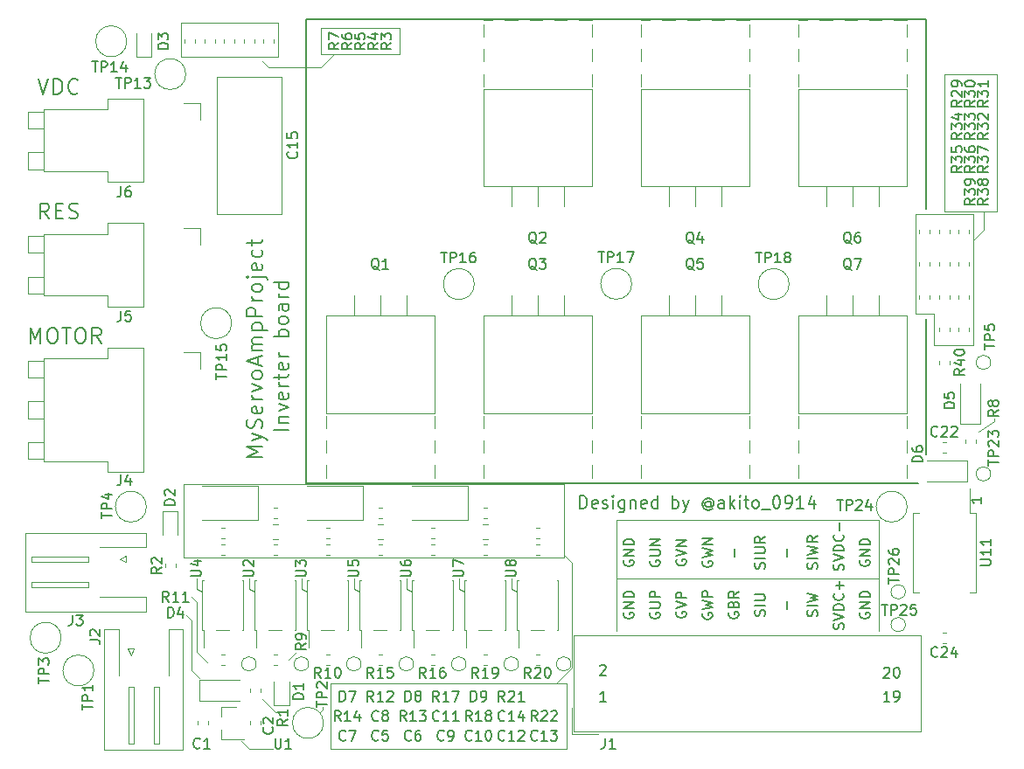
<source format=gto>
G04 #@! TF.GenerationSoftware,KiCad,Pcbnew,(5.1.2)-1*
G04 #@! TF.CreationDate,2020-04-21T09:17:00+09:00*
G04 #@! TF.ProjectId,InverterBoard,496e7665-7274-4657-9242-6f6172642e6b,rev?*
G04 #@! TF.SameCoordinates,Original*
G04 #@! TF.FileFunction,Legend,Top*
G04 #@! TF.FilePolarity,Positive*
%FSLAX46Y46*%
G04 Gerber Fmt 4.6, Leading zero omitted, Abs format (unit mm)*
G04 Created by KiCad (PCBNEW (5.1.2)-1) date 2020-04-21 09:17:00*
%MOMM*%
%LPD*%
G04 APERTURE LIST*
%ADD10C,0.120000*%
%ADD11C,0.150000*%
%ADD12C,0.200000*%
G04 APERTURE END LIST*
D10*
X46736000Y-3810000D02*
X45212000Y-4826000D01*
X46736000Y-3556000D02*
X46736000Y-3810000D01*
X-21590000Y-26924000D02*
X-20828000Y-26162000D01*
D11*
X-19840000Y-9800000D02*
X-19840000Y35200000D01*
D10*
X-18288000Y-31750000D02*
X-18542000Y-32004000D01*
X-18288000Y-31496000D02*
X-18288000Y-31750000D01*
X-24130000Y-30734000D02*
X-22860000Y-32004000D01*
X39116000Y6604000D02*
X39116000Y16256000D01*
X40894000Y6604000D02*
X39116000Y6604000D01*
X40894000Y3556000D02*
X40894000Y6604000D01*
X44704000Y3556000D02*
X40894000Y3556000D01*
X44704000Y16256000D02*
X44704000Y3556000D01*
X39116000Y16256000D02*
X44704000Y16256000D01*
X-32004000Y31496000D02*
X-32004000Y34798000D01*
X-22606000Y31496000D02*
X-32004000Y31496000D01*
X-22606000Y34798000D02*
X-22606000Y31496000D01*
X-32004000Y34798000D02*
X-22606000Y34798000D01*
X5080000Y-16764000D02*
X5842000Y-17526000D01*
X-30480000Y-26162000D02*
X-29464000Y-27178000D01*
X-30480000Y-21336000D02*
X-30480000Y-26162000D01*
X-30988000Y-20828000D02*
X-30480000Y-21336000D01*
X-30988000Y-27940000D02*
X-30226000Y-28702000D01*
X-30988000Y-23114000D02*
X-30988000Y-27940000D01*
X-31496000Y-22606000D02*
X-30988000Y-23114000D01*
D11*
X-21591666Y-4593333D02*
X-22991666Y-4593333D01*
X-22525000Y-3926666D02*
X-21591666Y-3926666D01*
X-22391666Y-3926666D02*
X-22458333Y-3859999D01*
X-22525000Y-3726666D01*
X-22525000Y-3526666D01*
X-22458333Y-3393333D01*
X-22325000Y-3326666D01*
X-21591666Y-3326666D01*
X-22525000Y-2793333D02*
X-21591666Y-2460000D01*
X-22525000Y-2126666D01*
X-21658333Y-1060000D02*
X-21591666Y-1193333D01*
X-21591666Y-1460000D01*
X-21658333Y-1593333D01*
X-21791666Y-1660000D01*
X-22325000Y-1660000D01*
X-22458333Y-1593333D01*
X-22525000Y-1460000D01*
X-22525000Y-1193333D01*
X-22458333Y-1060000D01*
X-22325000Y-993333D01*
X-22191666Y-993333D01*
X-22058333Y-1660000D01*
X-21591666Y-393333D02*
X-22525000Y-393333D01*
X-22258333Y-393333D02*
X-22391666Y-326666D01*
X-22458333Y-259999D01*
X-22525000Y-126666D01*
X-22525000Y6666D01*
X-22525000Y273333D02*
X-22525000Y806666D01*
X-22991666Y473333D02*
X-21791666Y473333D01*
X-21658333Y540000D01*
X-21591666Y673333D01*
X-21591666Y806666D01*
X-21658333Y1806666D02*
X-21591666Y1673333D01*
X-21591666Y1406666D01*
X-21658333Y1273333D01*
X-21791666Y1206666D01*
X-22325000Y1206666D01*
X-22458333Y1273333D01*
X-22525000Y1406666D01*
X-22525000Y1673333D01*
X-22458333Y1806666D01*
X-22325000Y1873333D01*
X-22191666Y1873333D01*
X-22058333Y1206666D01*
X-21591666Y2473333D02*
X-22525000Y2473333D01*
X-22258333Y2473333D02*
X-22391666Y2540000D01*
X-22458333Y2606666D01*
X-22525000Y2740000D01*
X-22525000Y2873333D01*
X-21591666Y4406666D02*
X-22991666Y4406666D01*
X-22458333Y4406666D02*
X-22525000Y4540000D01*
X-22525000Y4806666D01*
X-22458333Y4940000D01*
X-22391666Y5006666D01*
X-22258333Y5073333D01*
X-21858333Y5073333D01*
X-21725000Y5006666D01*
X-21658333Y4940000D01*
X-21591666Y4806666D01*
X-21591666Y4540000D01*
X-21658333Y4406666D01*
X-21591666Y5873333D02*
X-21658333Y5740000D01*
X-21725000Y5673333D01*
X-21858333Y5606666D01*
X-22258333Y5606666D01*
X-22391666Y5673333D01*
X-22458333Y5740000D01*
X-22525000Y5873333D01*
X-22525000Y6073333D01*
X-22458333Y6206666D01*
X-22391666Y6273333D01*
X-22258333Y6340000D01*
X-21858333Y6340000D01*
X-21725000Y6273333D01*
X-21658333Y6206666D01*
X-21591666Y6073333D01*
X-21591666Y5873333D01*
X-21591666Y7540000D02*
X-22325000Y7540000D01*
X-22458333Y7473333D01*
X-22525000Y7340000D01*
X-22525000Y7073333D01*
X-22458333Y6940000D01*
X-21658333Y7540000D02*
X-21591666Y7406666D01*
X-21591666Y7073333D01*
X-21658333Y6940000D01*
X-21791666Y6873333D01*
X-21925000Y6873333D01*
X-22058333Y6940000D01*
X-22125000Y7073333D01*
X-22125000Y7406666D01*
X-22191666Y7540000D01*
X-21591666Y8206666D02*
X-22525000Y8206666D01*
X-22258333Y8206666D02*
X-22391666Y8273333D01*
X-22458333Y8340000D01*
X-22525000Y8473333D01*
X-22525000Y8606666D01*
X-21591666Y9673333D02*
X-22991666Y9673333D01*
X-21658333Y9673333D02*
X-21591666Y9540000D01*
X-21591666Y9273333D01*
X-21658333Y9140000D01*
X-21725000Y9073333D01*
X-21858333Y9006666D01*
X-22258333Y9006666D01*
X-22391666Y9073333D01*
X-22458333Y9140000D01*
X-22525000Y9273333D01*
X-22525000Y9540000D01*
X-22458333Y9673333D01*
X-24086428Y-7253571D02*
X-25586428Y-7253571D01*
X-24515000Y-6753571D01*
X-25586428Y-6253571D01*
X-24086428Y-6253571D01*
X-25086428Y-5682142D02*
X-24086428Y-5325000D01*
X-25086428Y-4967857D02*
X-24086428Y-5325000D01*
X-23729285Y-5467857D01*
X-23657857Y-5539285D01*
X-23586428Y-5682142D01*
X-24157857Y-4467857D02*
X-24086428Y-4253571D01*
X-24086428Y-3896428D01*
X-24157857Y-3753571D01*
X-24229285Y-3682142D01*
X-24372142Y-3610714D01*
X-24515000Y-3610714D01*
X-24657857Y-3682142D01*
X-24729285Y-3753571D01*
X-24800714Y-3896428D01*
X-24872142Y-4182142D01*
X-24943571Y-4325000D01*
X-25015000Y-4396428D01*
X-25157857Y-4467857D01*
X-25300714Y-4467857D01*
X-25443571Y-4396428D01*
X-25515000Y-4325000D01*
X-25586428Y-4182142D01*
X-25586428Y-3825000D01*
X-25515000Y-3610714D01*
X-24157857Y-2396428D02*
X-24086428Y-2539285D01*
X-24086428Y-2825000D01*
X-24157857Y-2967857D01*
X-24300714Y-3039285D01*
X-24872142Y-3039285D01*
X-25015000Y-2967857D01*
X-25086428Y-2825000D01*
X-25086428Y-2539285D01*
X-25015000Y-2396428D01*
X-24872142Y-2325000D01*
X-24729285Y-2325000D01*
X-24586428Y-3039285D01*
X-24086428Y-1682142D02*
X-25086428Y-1682142D01*
X-24800714Y-1682142D02*
X-24943571Y-1610714D01*
X-25015000Y-1539285D01*
X-25086428Y-1396428D01*
X-25086428Y-1253571D01*
X-25086428Y-896428D02*
X-24086428Y-539285D01*
X-25086428Y-182142D01*
X-24086428Y603571D02*
X-24157857Y460714D01*
X-24229285Y389285D01*
X-24372142Y317857D01*
X-24800714Y317857D01*
X-24943571Y389285D01*
X-25015000Y460714D01*
X-25086428Y603571D01*
X-25086428Y817857D01*
X-25015000Y960714D01*
X-24943571Y1032142D01*
X-24800714Y1103571D01*
X-24372142Y1103571D01*
X-24229285Y1032142D01*
X-24157857Y960714D01*
X-24086428Y817857D01*
X-24086428Y603571D01*
X-24515000Y1675000D02*
X-24515000Y2389285D01*
X-24086428Y1532142D02*
X-25586428Y2032142D01*
X-24086428Y2532142D01*
X-24086428Y3032142D02*
X-25086428Y3032142D01*
X-24943571Y3032142D02*
X-25015000Y3103571D01*
X-25086428Y3246428D01*
X-25086428Y3460714D01*
X-25015000Y3603571D01*
X-24872142Y3675000D01*
X-24086428Y3675000D01*
X-24872142Y3675000D02*
X-25015000Y3746428D01*
X-25086428Y3889285D01*
X-25086428Y4103571D01*
X-25015000Y4246428D01*
X-24872142Y4317857D01*
X-24086428Y4317857D01*
X-25086428Y5032142D02*
X-23586428Y5032142D01*
X-25015000Y5032142D02*
X-25086428Y5175000D01*
X-25086428Y5460714D01*
X-25015000Y5603571D01*
X-24943571Y5675000D01*
X-24800714Y5746428D01*
X-24372142Y5746428D01*
X-24229285Y5675000D01*
X-24157857Y5603571D01*
X-24086428Y5460714D01*
X-24086428Y5175000D01*
X-24157857Y5032142D01*
X-24086428Y6389285D02*
X-25586428Y6389285D01*
X-25586428Y6960714D01*
X-25515000Y7103571D01*
X-25443571Y7175000D01*
X-25300714Y7246428D01*
X-25086428Y7246428D01*
X-24943571Y7175000D01*
X-24872142Y7103571D01*
X-24800714Y6960714D01*
X-24800714Y6389285D01*
X-24086428Y7889285D02*
X-25086428Y7889285D01*
X-24800714Y7889285D02*
X-24943571Y7960714D01*
X-25015000Y8032142D01*
X-25086428Y8175000D01*
X-25086428Y8317857D01*
X-24086428Y9032142D02*
X-24157857Y8889285D01*
X-24229285Y8817857D01*
X-24372142Y8746428D01*
X-24800714Y8746428D01*
X-24943571Y8817857D01*
X-25015000Y8889285D01*
X-25086428Y9032142D01*
X-25086428Y9246428D01*
X-25015000Y9389285D01*
X-24943571Y9460714D01*
X-24800714Y9532142D01*
X-24372142Y9532142D01*
X-24229285Y9460714D01*
X-24157857Y9389285D01*
X-24086428Y9246428D01*
X-24086428Y9032142D01*
X-25086428Y10175000D02*
X-23800714Y10175000D01*
X-23657857Y10103571D01*
X-23586428Y9960714D01*
X-23586428Y9889285D01*
X-25586428Y10175000D02*
X-25515000Y10103571D01*
X-25443571Y10175000D01*
X-25515000Y10246428D01*
X-25586428Y10175000D01*
X-25443571Y10175000D01*
X-24157857Y11460714D02*
X-24086428Y11317857D01*
X-24086428Y11032142D01*
X-24157857Y10889285D01*
X-24300714Y10817857D01*
X-24872142Y10817857D01*
X-25015000Y10889285D01*
X-25086428Y11032142D01*
X-25086428Y11317857D01*
X-25015000Y11460714D01*
X-24872142Y11532142D01*
X-24729285Y11532142D01*
X-24586428Y10817857D01*
X-24157857Y12817857D02*
X-24086428Y12675000D01*
X-24086428Y12389285D01*
X-24157857Y12246428D01*
X-24229285Y12175000D01*
X-24372142Y12103571D01*
X-24800714Y12103571D01*
X-24943571Y12175000D01*
X-25015000Y12246428D01*
X-25086428Y12389285D01*
X-25086428Y12675000D01*
X-25015000Y12817857D01*
X-25086428Y13246428D02*
X-25086428Y13817857D01*
X-25586428Y13460714D02*
X-24300714Y13460714D01*
X-24157857Y13532142D01*
X-24086428Y13675000D01*
X-24086428Y13817857D01*
D12*
X-46572857Y3766428D02*
X-46572857Y5266428D01*
X-46072857Y4195000D01*
X-45572857Y5266428D01*
X-45572857Y3766428D01*
X-44572857Y5266428D02*
X-44287142Y5266428D01*
X-44144285Y5195000D01*
X-44001428Y5052142D01*
X-43930000Y4766428D01*
X-43930000Y4266428D01*
X-44001428Y3980714D01*
X-44144285Y3837857D01*
X-44287142Y3766428D01*
X-44572857Y3766428D01*
X-44715714Y3837857D01*
X-44858571Y3980714D01*
X-44930000Y4266428D01*
X-44930000Y4766428D01*
X-44858571Y5052142D01*
X-44715714Y5195000D01*
X-44572857Y5266428D01*
X-43501428Y5266428D02*
X-42644285Y5266428D01*
X-43072857Y3766428D02*
X-43072857Y5266428D01*
X-41858571Y5266428D02*
X-41572857Y5266428D01*
X-41430000Y5195000D01*
X-41287142Y5052142D01*
X-41215714Y4766428D01*
X-41215714Y4266428D01*
X-41287142Y3980714D01*
X-41430000Y3837857D01*
X-41572857Y3766428D01*
X-41858571Y3766428D01*
X-42001428Y3837857D01*
X-42144285Y3980714D01*
X-42215714Y4266428D01*
X-42215714Y4766428D01*
X-42144285Y5052142D01*
X-42001428Y5195000D01*
X-41858571Y5266428D01*
X-39715714Y3766428D02*
X-40215714Y4480714D01*
X-40572857Y3766428D02*
X-40572857Y5266428D01*
X-40001428Y5266428D01*
X-39858571Y5195000D01*
X-39787142Y5123571D01*
X-39715714Y4980714D01*
X-39715714Y4766428D01*
X-39787142Y4623571D01*
X-39858571Y4552142D01*
X-40001428Y4480714D01*
X-40572857Y4480714D01*
X-44743571Y15831428D02*
X-45243571Y16545714D01*
X-45600714Y15831428D02*
X-45600714Y17331428D01*
X-45029285Y17331428D01*
X-44886428Y17260000D01*
X-44815000Y17188571D01*
X-44743571Y17045714D01*
X-44743571Y16831428D01*
X-44815000Y16688571D01*
X-44886428Y16617142D01*
X-45029285Y16545714D01*
X-45600714Y16545714D01*
X-44100714Y16617142D02*
X-43600714Y16617142D01*
X-43386428Y15831428D02*
X-44100714Y15831428D01*
X-44100714Y17331428D01*
X-43386428Y17331428D01*
X-42815000Y15902857D02*
X-42600714Y15831428D01*
X-42243571Y15831428D01*
X-42100714Y15902857D01*
X-42029285Y15974285D01*
X-41957857Y16117142D01*
X-41957857Y16260000D01*
X-42029285Y16402857D01*
X-42100714Y16474285D01*
X-42243571Y16545714D01*
X-42529285Y16617142D01*
X-42672142Y16688571D01*
X-42743571Y16760000D01*
X-42815000Y16902857D01*
X-42815000Y17045714D01*
X-42743571Y17188571D01*
X-42672142Y17260000D01*
X-42529285Y17331428D01*
X-42172142Y17331428D01*
X-41957857Y17260000D01*
X-45815000Y29396428D02*
X-45315000Y27896428D01*
X-44815000Y29396428D01*
X-44315000Y27896428D02*
X-44315000Y29396428D01*
X-43957857Y29396428D01*
X-43743571Y29325000D01*
X-43600714Y29182142D01*
X-43529285Y29039285D01*
X-43457857Y28753571D01*
X-43457857Y28539285D01*
X-43529285Y28253571D01*
X-43600714Y28110714D01*
X-43743571Y27967857D01*
X-43957857Y27896428D01*
X-44315000Y27896428D01*
X-41957857Y28039285D02*
X-42029285Y27967857D01*
X-42243571Y27896428D01*
X-42386428Y27896428D01*
X-42600714Y27967857D01*
X-42743571Y28110714D01*
X-42815000Y28253571D01*
X-42886428Y28539285D01*
X-42886428Y28753571D01*
X-42815000Y29039285D01*
X-42743571Y29182142D01*
X-42600714Y29325000D01*
X-42386428Y29396428D01*
X-42243571Y29396428D01*
X-42029285Y29325000D01*
X-41957857Y29253571D01*
D11*
X36068095Y-27741619D02*
X36115714Y-27694000D01*
X36210952Y-27646380D01*
X36449047Y-27646380D01*
X36544285Y-27694000D01*
X36591904Y-27741619D01*
X36639523Y-27836857D01*
X36639523Y-27932095D01*
X36591904Y-28074952D01*
X36020476Y-28646380D01*
X36639523Y-28646380D01*
X37258571Y-27646380D02*
X37353809Y-27646380D01*
X37449047Y-27694000D01*
X37496666Y-27741619D01*
X37544285Y-27836857D01*
X37591904Y-28027333D01*
X37591904Y-28265428D01*
X37544285Y-28455904D01*
X37496666Y-28551142D01*
X37449047Y-28598761D01*
X37353809Y-28646380D01*
X37258571Y-28646380D01*
X37163333Y-28598761D01*
X37115714Y-28551142D01*
X37068095Y-28455904D01*
X37020476Y-28265428D01*
X37020476Y-28027333D01*
X37068095Y-27836857D01*
X37115714Y-27741619D01*
X37163333Y-27694000D01*
X37258571Y-27646380D01*
X36639523Y-30932380D02*
X36068095Y-30932380D01*
X36353809Y-30932380D02*
X36353809Y-29932380D01*
X36258571Y-30075238D01*
X36163333Y-30170476D01*
X36068095Y-30218095D01*
X37115714Y-30932380D02*
X37306190Y-30932380D01*
X37401428Y-30884761D01*
X37449047Y-30837142D01*
X37544285Y-30694285D01*
X37591904Y-30503809D01*
X37591904Y-30122857D01*
X37544285Y-30027619D01*
X37496666Y-29980000D01*
X37401428Y-29932380D01*
X37210952Y-29932380D01*
X37115714Y-29980000D01*
X37068095Y-30027619D01*
X37020476Y-30122857D01*
X37020476Y-30360952D01*
X37068095Y-30456190D01*
X37115714Y-30503809D01*
X37210952Y-30551428D01*
X37401428Y-30551428D01*
X37496666Y-30503809D01*
X37544285Y-30456190D01*
X37591904Y-30360952D01*
X8604285Y-27487619D02*
X8651904Y-27440000D01*
X8747142Y-27392380D01*
X8985238Y-27392380D01*
X9080476Y-27440000D01*
X9128095Y-27487619D01*
X9175714Y-27582857D01*
X9175714Y-27678095D01*
X9128095Y-27820952D01*
X8556666Y-28392380D01*
X9175714Y-28392380D01*
X9175714Y-30932380D02*
X8604285Y-30932380D01*
X8890000Y-30932380D02*
X8890000Y-29932380D01*
X8794761Y-30075238D01*
X8699523Y-30170476D01*
X8604285Y-30218095D01*
X6662571Y-12226857D02*
X6662571Y-11026857D01*
X6948285Y-11026857D01*
X7119714Y-11084000D01*
X7234000Y-11198285D01*
X7291142Y-11312571D01*
X7348285Y-11541142D01*
X7348285Y-11712571D01*
X7291142Y-11941142D01*
X7234000Y-12055428D01*
X7119714Y-12169714D01*
X6948285Y-12226857D01*
X6662571Y-12226857D01*
X8319714Y-12169714D02*
X8205428Y-12226857D01*
X7976857Y-12226857D01*
X7862571Y-12169714D01*
X7805428Y-12055428D01*
X7805428Y-11598285D01*
X7862571Y-11484000D01*
X7976857Y-11426857D01*
X8205428Y-11426857D01*
X8319714Y-11484000D01*
X8376857Y-11598285D01*
X8376857Y-11712571D01*
X7805428Y-11826857D01*
X8833999Y-12169714D02*
X8948285Y-12226857D01*
X9176857Y-12226857D01*
X9291142Y-12169714D01*
X9348285Y-12055428D01*
X9348285Y-11998285D01*
X9291142Y-11884000D01*
X9176857Y-11826857D01*
X9005428Y-11826857D01*
X8891142Y-11769714D01*
X8833999Y-11655428D01*
X8833999Y-11598285D01*
X8891142Y-11484000D01*
X9005428Y-11426857D01*
X9176857Y-11426857D01*
X9291142Y-11484000D01*
X9862571Y-12226857D02*
X9862571Y-11426857D01*
X9862571Y-11026857D02*
X9805428Y-11084000D01*
X9862571Y-11141142D01*
X9919714Y-11084000D01*
X9862571Y-11026857D01*
X9862571Y-11141142D01*
X10948285Y-11426857D02*
X10948285Y-12398285D01*
X10891142Y-12512571D01*
X10833999Y-12569714D01*
X10719714Y-12626857D01*
X10548285Y-12626857D01*
X10433999Y-12569714D01*
X10948285Y-12169714D02*
X10833999Y-12226857D01*
X10605428Y-12226857D01*
X10491142Y-12169714D01*
X10433999Y-12112571D01*
X10376857Y-11998285D01*
X10376857Y-11655428D01*
X10433999Y-11541142D01*
X10491142Y-11484000D01*
X10605428Y-11426857D01*
X10833999Y-11426857D01*
X10948285Y-11484000D01*
X11519714Y-11426857D02*
X11519714Y-12226857D01*
X11519714Y-11541142D02*
X11576857Y-11484000D01*
X11691142Y-11426857D01*
X11862571Y-11426857D01*
X11976857Y-11484000D01*
X12033999Y-11598285D01*
X12033999Y-12226857D01*
X13062571Y-12169714D02*
X12948285Y-12226857D01*
X12719714Y-12226857D01*
X12605428Y-12169714D01*
X12548285Y-12055428D01*
X12548285Y-11598285D01*
X12605428Y-11484000D01*
X12719714Y-11426857D01*
X12948285Y-11426857D01*
X13062571Y-11484000D01*
X13119714Y-11598285D01*
X13119714Y-11712571D01*
X12548285Y-11826857D01*
X14148285Y-12226857D02*
X14148285Y-11026857D01*
X14148285Y-12169714D02*
X14033999Y-12226857D01*
X13805428Y-12226857D01*
X13691142Y-12169714D01*
X13633999Y-12112571D01*
X13576857Y-11998285D01*
X13576857Y-11655428D01*
X13633999Y-11541142D01*
X13691142Y-11484000D01*
X13805428Y-11426857D01*
X14033999Y-11426857D01*
X14148285Y-11484000D01*
X15633999Y-12226857D02*
X15633999Y-11026857D01*
X15633999Y-11484000D02*
X15748285Y-11426857D01*
X15976857Y-11426857D01*
X16091142Y-11484000D01*
X16148285Y-11541142D01*
X16205428Y-11655428D01*
X16205428Y-11998285D01*
X16148285Y-12112571D01*
X16091142Y-12169714D01*
X15976857Y-12226857D01*
X15748285Y-12226857D01*
X15633999Y-12169714D01*
X16605428Y-11426857D02*
X16891142Y-12226857D01*
X17176857Y-11426857D02*
X16891142Y-12226857D01*
X16776857Y-12512571D01*
X16719714Y-12569714D01*
X16605428Y-12626857D01*
X19291142Y-11655428D02*
X19233999Y-11598285D01*
X19119714Y-11541142D01*
X19005428Y-11541142D01*
X18891142Y-11598285D01*
X18833999Y-11655428D01*
X18776857Y-11769714D01*
X18776857Y-11884000D01*
X18833999Y-11998285D01*
X18891142Y-12055428D01*
X19005428Y-12112571D01*
X19119714Y-12112571D01*
X19233999Y-12055428D01*
X19291142Y-11998285D01*
X19291142Y-11541142D02*
X19291142Y-11998285D01*
X19348285Y-12055428D01*
X19405428Y-12055428D01*
X19519714Y-11998285D01*
X19576857Y-11884000D01*
X19576857Y-11598285D01*
X19462571Y-11426857D01*
X19291142Y-11312571D01*
X19062571Y-11255428D01*
X18833999Y-11312571D01*
X18662571Y-11426857D01*
X18548285Y-11598285D01*
X18491142Y-11826857D01*
X18548285Y-12055428D01*
X18662571Y-12226857D01*
X18833999Y-12341142D01*
X19062571Y-12398285D01*
X19291142Y-12341142D01*
X19462571Y-12226857D01*
X20605428Y-12226857D02*
X20605428Y-11598285D01*
X20548285Y-11484000D01*
X20433999Y-11426857D01*
X20205428Y-11426857D01*
X20091142Y-11484000D01*
X20605428Y-12169714D02*
X20491142Y-12226857D01*
X20205428Y-12226857D01*
X20091142Y-12169714D01*
X20033999Y-12055428D01*
X20033999Y-11941142D01*
X20091142Y-11826857D01*
X20205428Y-11769714D01*
X20491142Y-11769714D01*
X20605428Y-11712571D01*
X21176857Y-12226857D02*
X21176857Y-11026857D01*
X21291142Y-11769714D02*
X21633999Y-12226857D01*
X21633999Y-11426857D02*
X21176857Y-11884000D01*
X22148285Y-12226857D02*
X22148285Y-11426857D01*
X22148285Y-11026857D02*
X22091142Y-11084000D01*
X22148285Y-11141142D01*
X22205428Y-11084000D01*
X22148285Y-11026857D01*
X22148285Y-11141142D01*
X22548285Y-11426857D02*
X23005428Y-11426857D01*
X22719714Y-11026857D02*
X22719714Y-12055428D01*
X22776857Y-12169714D01*
X22891142Y-12226857D01*
X23005428Y-12226857D01*
X23576857Y-12226857D02*
X23462571Y-12169714D01*
X23405428Y-12112571D01*
X23348285Y-11998285D01*
X23348285Y-11655428D01*
X23405428Y-11541142D01*
X23462571Y-11484000D01*
X23576857Y-11426857D01*
X23748285Y-11426857D01*
X23862571Y-11484000D01*
X23919714Y-11541142D01*
X23976857Y-11655428D01*
X23976857Y-11998285D01*
X23919714Y-12112571D01*
X23862571Y-12169714D01*
X23748285Y-12226857D01*
X23576857Y-12226857D01*
X24205428Y-12341142D02*
X25119714Y-12341142D01*
X25633999Y-11026857D02*
X25748285Y-11026857D01*
X25862571Y-11084000D01*
X25919714Y-11141142D01*
X25976857Y-11255428D01*
X26033999Y-11484000D01*
X26033999Y-11769714D01*
X25976857Y-11998285D01*
X25919714Y-12112571D01*
X25862571Y-12169714D01*
X25748285Y-12226857D01*
X25633999Y-12226857D01*
X25519714Y-12169714D01*
X25462571Y-12112571D01*
X25405428Y-11998285D01*
X25348285Y-11769714D01*
X25348285Y-11484000D01*
X25405428Y-11255428D01*
X25462571Y-11141142D01*
X25519714Y-11084000D01*
X25633999Y-11026857D01*
X26605428Y-12226857D02*
X26833999Y-12226857D01*
X26948285Y-12169714D01*
X27005428Y-12112571D01*
X27119714Y-11941142D01*
X27176857Y-11712571D01*
X27176857Y-11255428D01*
X27119714Y-11141142D01*
X27062571Y-11084000D01*
X26948285Y-11026857D01*
X26719714Y-11026857D01*
X26605428Y-11084000D01*
X26548285Y-11141142D01*
X26491142Y-11255428D01*
X26491142Y-11541142D01*
X26548285Y-11655428D01*
X26605428Y-11712571D01*
X26719714Y-11769714D01*
X26948285Y-11769714D01*
X27062571Y-11712571D01*
X27119714Y-11655428D01*
X27176857Y-11541142D01*
X28319714Y-12226857D02*
X27633999Y-12226857D01*
X27976857Y-12226857D02*
X27976857Y-11026857D01*
X27862571Y-11198285D01*
X27748285Y-11312571D01*
X27633999Y-11369714D01*
X29348285Y-11426857D02*
X29348285Y-12226857D01*
X29062571Y-10969714D02*
X28776857Y-11826857D01*
X29519714Y-11826857D01*
X40160000Y6096000D02*
X40160000Y-6985000D01*
D10*
X35560000Y-13335000D02*
X35560000Y-24130000D01*
X10160000Y-13335000D02*
X35560000Y-13335000D01*
X10160000Y-24130000D02*
X10160000Y-13335000D01*
D11*
X21661428Y-16890952D02*
X21661428Y-16129047D01*
X26741428Y-21970952D02*
X26741428Y-21209047D01*
X26741428Y-16890952D02*
X26741428Y-16129047D01*
D10*
X10160000Y-19050000D02*
X35560000Y-19050000D01*
D11*
X33790000Y-17271904D02*
X33742380Y-17367142D01*
X33742380Y-17510000D01*
X33790000Y-17652857D01*
X33885238Y-17748095D01*
X33980476Y-17795714D01*
X34170952Y-17843333D01*
X34313809Y-17843333D01*
X34504285Y-17795714D01*
X34599523Y-17748095D01*
X34694761Y-17652857D01*
X34742380Y-17510000D01*
X34742380Y-17414761D01*
X34694761Y-17271904D01*
X34647142Y-17224285D01*
X34313809Y-17224285D01*
X34313809Y-17414761D01*
X34742380Y-16795714D02*
X33742380Y-16795714D01*
X34742380Y-16224285D01*
X33742380Y-16224285D01*
X34742380Y-15748095D02*
X33742380Y-15748095D01*
X33742380Y-15510000D01*
X33790000Y-15367142D01*
X33885238Y-15271904D01*
X33980476Y-15224285D01*
X34170952Y-15176666D01*
X34313809Y-15176666D01*
X34504285Y-15224285D01*
X34599523Y-15271904D01*
X34694761Y-15367142D01*
X34742380Y-15510000D01*
X34742380Y-15748095D01*
X33790000Y-22351904D02*
X33742380Y-22447142D01*
X33742380Y-22590000D01*
X33790000Y-22732857D01*
X33885238Y-22828095D01*
X33980476Y-22875714D01*
X34170952Y-22923333D01*
X34313809Y-22923333D01*
X34504285Y-22875714D01*
X34599523Y-22828095D01*
X34694761Y-22732857D01*
X34742380Y-22590000D01*
X34742380Y-22494761D01*
X34694761Y-22351904D01*
X34647142Y-22304285D01*
X34313809Y-22304285D01*
X34313809Y-22494761D01*
X34742380Y-21875714D02*
X33742380Y-21875714D01*
X34742380Y-21304285D01*
X33742380Y-21304285D01*
X34742380Y-20828095D02*
X33742380Y-20828095D01*
X33742380Y-20590000D01*
X33790000Y-20447142D01*
X33885238Y-20351904D01*
X33980476Y-20304285D01*
X34170952Y-20256666D01*
X34313809Y-20256666D01*
X34504285Y-20304285D01*
X34599523Y-20351904D01*
X34694761Y-20447142D01*
X34742380Y-20590000D01*
X34742380Y-20828095D01*
X32154761Y-18208333D02*
X32202380Y-18065476D01*
X32202380Y-17827380D01*
X32154761Y-17732142D01*
X32107142Y-17684523D01*
X32011904Y-17636904D01*
X31916666Y-17636904D01*
X31821428Y-17684523D01*
X31773809Y-17732142D01*
X31726190Y-17827380D01*
X31678571Y-18017857D01*
X31630952Y-18113095D01*
X31583333Y-18160714D01*
X31488095Y-18208333D01*
X31392857Y-18208333D01*
X31297619Y-18160714D01*
X31250000Y-18113095D01*
X31202380Y-18017857D01*
X31202380Y-17779761D01*
X31250000Y-17636904D01*
X31202380Y-17351190D02*
X32202380Y-17017857D01*
X31202380Y-16684523D01*
X32202380Y-16351190D02*
X31202380Y-16351190D01*
X31202380Y-16113095D01*
X31250000Y-15970238D01*
X31345238Y-15875000D01*
X31440476Y-15827380D01*
X31630952Y-15779761D01*
X31773809Y-15779761D01*
X31964285Y-15827380D01*
X32059523Y-15875000D01*
X32154761Y-15970238D01*
X32202380Y-16113095D01*
X32202380Y-16351190D01*
X32107142Y-14779761D02*
X32154761Y-14827380D01*
X32202380Y-14970238D01*
X32202380Y-15065476D01*
X32154761Y-15208333D01*
X32059523Y-15303571D01*
X31964285Y-15351190D01*
X31773809Y-15398809D01*
X31630952Y-15398809D01*
X31440476Y-15351190D01*
X31345238Y-15303571D01*
X31250000Y-15208333D01*
X31202380Y-15065476D01*
X31202380Y-14970238D01*
X31250000Y-14827380D01*
X31297619Y-14779761D01*
X31821428Y-14351190D02*
X31821428Y-13589285D01*
X32154761Y-23923333D02*
X32202380Y-23780476D01*
X32202380Y-23542380D01*
X32154761Y-23447142D01*
X32107142Y-23399523D01*
X32011904Y-23351904D01*
X31916666Y-23351904D01*
X31821428Y-23399523D01*
X31773809Y-23447142D01*
X31726190Y-23542380D01*
X31678571Y-23732857D01*
X31630952Y-23828095D01*
X31583333Y-23875714D01*
X31488095Y-23923333D01*
X31392857Y-23923333D01*
X31297619Y-23875714D01*
X31250000Y-23828095D01*
X31202380Y-23732857D01*
X31202380Y-23494761D01*
X31250000Y-23351904D01*
X31202380Y-23066190D02*
X32202380Y-22732857D01*
X31202380Y-22399523D01*
X32202380Y-22066190D02*
X31202380Y-22066190D01*
X31202380Y-21828095D01*
X31250000Y-21685238D01*
X31345238Y-21590000D01*
X31440476Y-21542380D01*
X31630952Y-21494761D01*
X31773809Y-21494761D01*
X31964285Y-21542380D01*
X32059523Y-21590000D01*
X32154761Y-21685238D01*
X32202380Y-21828095D01*
X32202380Y-22066190D01*
X32107142Y-20494761D02*
X32154761Y-20542380D01*
X32202380Y-20685238D01*
X32202380Y-20780476D01*
X32154761Y-20923333D01*
X32059523Y-21018571D01*
X31964285Y-21066190D01*
X31773809Y-21113809D01*
X31630952Y-21113809D01*
X31440476Y-21066190D01*
X31345238Y-21018571D01*
X31250000Y-20923333D01*
X31202380Y-20780476D01*
X31202380Y-20685238D01*
X31250000Y-20542380D01*
X31297619Y-20494761D01*
X31821428Y-20066190D02*
X31821428Y-19304285D01*
X32202380Y-19685238D02*
X31440476Y-19685238D01*
X29614761Y-18105238D02*
X29662380Y-17962380D01*
X29662380Y-17724285D01*
X29614761Y-17629047D01*
X29567142Y-17581428D01*
X29471904Y-17533809D01*
X29376666Y-17533809D01*
X29281428Y-17581428D01*
X29233809Y-17629047D01*
X29186190Y-17724285D01*
X29138571Y-17914761D01*
X29090952Y-18010000D01*
X29043333Y-18057619D01*
X28948095Y-18105238D01*
X28852857Y-18105238D01*
X28757619Y-18057619D01*
X28710000Y-18010000D01*
X28662380Y-17914761D01*
X28662380Y-17676666D01*
X28710000Y-17533809D01*
X29662380Y-17105238D02*
X28662380Y-17105238D01*
X28662380Y-16724285D02*
X29662380Y-16486190D01*
X28948095Y-16295714D01*
X29662380Y-16105238D01*
X28662380Y-15867142D01*
X29662380Y-14914761D02*
X29186190Y-15248095D01*
X29662380Y-15486190D02*
X28662380Y-15486190D01*
X28662380Y-15105238D01*
X28710000Y-15010000D01*
X28757619Y-14962380D01*
X28852857Y-14914761D01*
X28995714Y-14914761D01*
X29090952Y-14962380D01*
X29138571Y-15010000D01*
X29186190Y-15105238D01*
X29186190Y-15486190D01*
X29614761Y-22685238D02*
X29662380Y-22542380D01*
X29662380Y-22304285D01*
X29614761Y-22209047D01*
X29567142Y-22161428D01*
X29471904Y-22113809D01*
X29376666Y-22113809D01*
X29281428Y-22161428D01*
X29233809Y-22209047D01*
X29186190Y-22304285D01*
X29138571Y-22494761D01*
X29090952Y-22590000D01*
X29043333Y-22637619D01*
X28948095Y-22685238D01*
X28852857Y-22685238D01*
X28757619Y-22637619D01*
X28710000Y-22590000D01*
X28662380Y-22494761D01*
X28662380Y-22256666D01*
X28710000Y-22113809D01*
X29662380Y-21685238D02*
X28662380Y-21685238D01*
X28662380Y-21304285D02*
X29662380Y-21066190D01*
X28948095Y-20875714D01*
X29662380Y-20685238D01*
X28662380Y-20447142D01*
X24534761Y-18057619D02*
X24582380Y-17914761D01*
X24582380Y-17676666D01*
X24534761Y-17581428D01*
X24487142Y-17533809D01*
X24391904Y-17486190D01*
X24296666Y-17486190D01*
X24201428Y-17533809D01*
X24153809Y-17581428D01*
X24106190Y-17676666D01*
X24058571Y-17867142D01*
X24010952Y-17962380D01*
X23963333Y-18010000D01*
X23868095Y-18057619D01*
X23772857Y-18057619D01*
X23677619Y-18010000D01*
X23630000Y-17962380D01*
X23582380Y-17867142D01*
X23582380Y-17629047D01*
X23630000Y-17486190D01*
X24582380Y-17057619D02*
X23582380Y-17057619D01*
X23582380Y-16581428D02*
X24391904Y-16581428D01*
X24487142Y-16533809D01*
X24534761Y-16486190D01*
X24582380Y-16390952D01*
X24582380Y-16200476D01*
X24534761Y-16105238D01*
X24487142Y-16057619D01*
X24391904Y-16010000D01*
X23582380Y-16010000D01*
X24582380Y-14962380D02*
X24106190Y-15295714D01*
X24582380Y-15533809D02*
X23582380Y-15533809D01*
X23582380Y-15152857D01*
X23630000Y-15057619D01*
X23677619Y-15010000D01*
X23772857Y-14962380D01*
X23915714Y-14962380D01*
X24010952Y-15010000D01*
X24058571Y-15057619D01*
X24106190Y-15152857D01*
X24106190Y-15533809D01*
X24534761Y-22637619D02*
X24582380Y-22494761D01*
X24582380Y-22256666D01*
X24534761Y-22161428D01*
X24487142Y-22113809D01*
X24391904Y-22066190D01*
X24296666Y-22066190D01*
X24201428Y-22113809D01*
X24153809Y-22161428D01*
X24106190Y-22256666D01*
X24058571Y-22447142D01*
X24010952Y-22542380D01*
X23963333Y-22590000D01*
X23868095Y-22637619D01*
X23772857Y-22637619D01*
X23677619Y-22590000D01*
X23630000Y-22542380D01*
X23582380Y-22447142D01*
X23582380Y-22209047D01*
X23630000Y-22066190D01*
X24582380Y-21637619D02*
X23582380Y-21637619D01*
X23582380Y-21161428D02*
X24391904Y-21161428D01*
X24487142Y-21113809D01*
X24534761Y-21066190D01*
X24582380Y-20970952D01*
X24582380Y-20780476D01*
X24534761Y-20685238D01*
X24487142Y-20637619D01*
X24391904Y-20590000D01*
X23582380Y-20590000D01*
X21090000Y-22328095D02*
X21042380Y-22423333D01*
X21042380Y-22566190D01*
X21090000Y-22709047D01*
X21185238Y-22804285D01*
X21280476Y-22851904D01*
X21470952Y-22899523D01*
X21613809Y-22899523D01*
X21804285Y-22851904D01*
X21899523Y-22804285D01*
X21994761Y-22709047D01*
X22042380Y-22566190D01*
X22042380Y-22470952D01*
X21994761Y-22328095D01*
X21947142Y-22280476D01*
X21613809Y-22280476D01*
X21613809Y-22470952D01*
X21518571Y-21518571D02*
X21566190Y-21375714D01*
X21613809Y-21328095D01*
X21709047Y-21280476D01*
X21851904Y-21280476D01*
X21947142Y-21328095D01*
X21994761Y-21375714D01*
X22042380Y-21470952D01*
X22042380Y-21851904D01*
X21042380Y-21851904D01*
X21042380Y-21518571D01*
X21090000Y-21423333D01*
X21137619Y-21375714D01*
X21232857Y-21328095D01*
X21328095Y-21328095D01*
X21423333Y-21375714D01*
X21470952Y-21423333D01*
X21518571Y-21518571D01*
X21518571Y-21851904D01*
X22042380Y-20280476D02*
X21566190Y-20613809D01*
X22042380Y-20851904D02*
X21042380Y-20851904D01*
X21042380Y-20470952D01*
X21090000Y-20375714D01*
X21137619Y-20328095D01*
X21232857Y-20280476D01*
X21375714Y-20280476D01*
X21470952Y-20328095D01*
X21518571Y-20375714D01*
X21566190Y-20470952D01*
X21566190Y-20851904D01*
X18550000Y-17343333D02*
X18502380Y-17438571D01*
X18502380Y-17581428D01*
X18550000Y-17724285D01*
X18645238Y-17819523D01*
X18740476Y-17867142D01*
X18930952Y-17914761D01*
X19073809Y-17914761D01*
X19264285Y-17867142D01*
X19359523Y-17819523D01*
X19454761Y-17724285D01*
X19502380Y-17581428D01*
X19502380Y-17486190D01*
X19454761Y-17343333D01*
X19407142Y-17295714D01*
X19073809Y-17295714D01*
X19073809Y-17486190D01*
X18502380Y-16962380D02*
X19502380Y-16724285D01*
X18788095Y-16533809D01*
X19502380Y-16343333D01*
X18502380Y-16105238D01*
X19502380Y-15724285D02*
X18502380Y-15724285D01*
X19502380Y-15152857D01*
X18502380Y-15152857D01*
X18550000Y-22399523D02*
X18502380Y-22494761D01*
X18502380Y-22637619D01*
X18550000Y-22780476D01*
X18645238Y-22875714D01*
X18740476Y-22923333D01*
X18930952Y-22970952D01*
X19073809Y-22970952D01*
X19264285Y-22923333D01*
X19359523Y-22875714D01*
X19454761Y-22780476D01*
X19502380Y-22637619D01*
X19502380Y-22542380D01*
X19454761Y-22399523D01*
X19407142Y-22351904D01*
X19073809Y-22351904D01*
X19073809Y-22542380D01*
X18502380Y-22018571D02*
X19502380Y-21780476D01*
X18788095Y-21590000D01*
X19502380Y-21399523D01*
X18502380Y-21161428D01*
X19502380Y-20780476D02*
X18502380Y-20780476D01*
X18502380Y-20399523D01*
X18550000Y-20304285D01*
X18597619Y-20256666D01*
X18692857Y-20209047D01*
X18835714Y-20209047D01*
X18930952Y-20256666D01*
X18978571Y-20304285D01*
X19026190Y-20399523D01*
X19026190Y-20780476D01*
X16010000Y-17200476D02*
X15962380Y-17295714D01*
X15962380Y-17438571D01*
X16010000Y-17581428D01*
X16105238Y-17676666D01*
X16200476Y-17724285D01*
X16390952Y-17771904D01*
X16533809Y-17771904D01*
X16724285Y-17724285D01*
X16819523Y-17676666D01*
X16914761Y-17581428D01*
X16962380Y-17438571D01*
X16962380Y-17343333D01*
X16914761Y-17200476D01*
X16867142Y-17152857D01*
X16533809Y-17152857D01*
X16533809Y-17343333D01*
X15962380Y-16867142D02*
X16962380Y-16533809D01*
X15962380Y-16200476D01*
X16962380Y-15867142D02*
X15962380Y-15867142D01*
X16962380Y-15295714D01*
X15962380Y-15295714D01*
X16010000Y-22256666D02*
X15962380Y-22351904D01*
X15962380Y-22494761D01*
X16010000Y-22637619D01*
X16105238Y-22732857D01*
X16200476Y-22780476D01*
X16390952Y-22828095D01*
X16533809Y-22828095D01*
X16724285Y-22780476D01*
X16819523Y-22732857D01*
X16914761Y-22637619D01*
X16962380Y-22494761D01*
X16962380Y-22399523D01*
X16914761Y-22256666D01*
X16867142Y-22209047D01*
X16533809Y-22209047D01*
X16533809Y-22399523D01*
X15962380Y-21923333D02*
X16962380Y-21590000D01*
X15962380Y-21256666D01*
X16962380Y-20923333D02*
X15962380Y-20923333D01*
X15962380Y-20542380D01*
X16010000Y-20447142D01*
X16057619Y-20399523D01*
X16152857Y-20351904D01*
X16295714Y-20351904D01*
X16390952Y-20399523D01*
X16438571Y-20447142D01*
X16486190Y-20542380D01*
X16486190Y-20923333D01*
X13470000Y-17295714D02*
X13422380Y-17390952D01*
X13422380Y-17533809D01*
X13470000Y-17676666D01*
X13565238Y-17771904D01*
X13660476Y-17819523D01*
X13850952Y-17867142D01*
X13993809Y-17867142D01*
X14184285Y-17819523D01*
X14279523Y-17771904D01*
X14374761Y-17676666D01*
X14422380Y-17533809D01*
X14422380Y-17438571D01*
X14374761Y-17295714D01*
X14327142Y-17248095D01*
X13993809Y-17248095D01*
X13993809Y-17438571D01*
X13422380Y-16819523D02*
X14231904Y-16819523D01*
X14327142Y-16771904D01*
X14374761Y-16724285D01*
X14422380Y-16629047D01*
X14422380Y-16438571D01*
X14374761Y-16343333D01*
X14327142Y-16295714D01*
X14231904Y-16248095D01*
X13422380Y-16248095D01*
X14422380Y-15771904D02*
X13422380Y-15771904D01*
X14422380Y-15200476D01*
X13422380Y-15200476D01*
X13470000Y-22351904D02*
X13422380Y-22447142D01*
X13422380Y-22590000D01*
X13470000Y-22732857D01*
X13565238Y-22828095D01*
X13660476Y-22875714D01*
X13850952Y-22923333D01*
X13993809Y-22923333D01*
X14184285Y-22875714D01*
X14279523Y-22828095D01*
X14374761Y-22732857D01*
X14422380Y-22590000D01*
X14422380Y-22494761D01*
X14374761Y-22351904D01*
X14327142Y-22304285D01*
X13993809Y-22304285D01*
X13993809Y-22494761D01*
X13422380Y-21875714D02*
X14231904Y-21875714D01*
X14327142Y-21828095D01*
X14374761Y-21780476D01*
X14422380Y-21685238D01*
X14422380Y-21494761D01*
X14374761Y-21399523D01*
X14327142Y-21351904D01*
X14231904Y-21304285D01*
X13422380Y-21304285D01*
X14422380Y-20828095D02*
X13422380Y-20828095D01*
X13422380Y-20447142D01*
X13470000Y-20351904D01*
X13517619Y-20304285D01*
X13612857Y-20256666D01*
X13755714Y-20256666D01*
X13850952Y-20304285D01*
X13898571Y-20351904D01*
X13946190Y-20447142D01*
X13946190Y-20828095D01*
X10930000Y-17271904D02*
X10882380Y-17367142D01*
X10882380Y-17510000D01*
X10930000Y-17652857D01*
X11025238Y-17748095D01*
X11120476Y-17795714D01*
X11310952Y-17843333D01*
X11453809Y-17843333D01*
X11644285Y-17795714D01*
X11739523Y-17748095D01*
X11834761Y-17652857D01*
X11882380Y-17510000D01*
X11882380Y-17414761D01*
X11834761Y-17271904D01*
X11787142Y-17224285D01*
X11453809Y-17224285D01*
X11453809Y-17414761D01*
X11882380Y-16795714D02*
X10882380Y-16795714D01*
X11882380Y-16224285D01*
X10882380Y-16224285D01*
X11882380Y-15748095D02*
X10882380Y-15748095D01*
X10882380Y-15510000D01*
X10930000Y-15367142D01*
X11025238Y-15271904D01*
X11120476Y-15224285D01*
X11310952Y-15176666D01*
X11453809Y-15176666D01*
X11644285Y-15224285D01*
X11739523Y-15271904D01*
X11834761Y-15367142D01*
X11882380Y-15510000D01*
X11882380Y-15748095D01*
X10930000Y-22351904D02*
X10882380Y-22447142D01*
X10882380Y-22590000D01*
X10930000Y-22732857D01*
X11025238Y-22828095D01*
X11120476Y-22875714D01*
X11310952Y-22923333D01*
X11453809Y-22923333D01*
X11644285Y-22875714D01*
X11739523Y-22828095D01*
X11834761Y-22732857D01*
X11882380Y-22590000D01*
X11882380Y-22494761D01*
X11834761Y-22351904D01*
X11787142Y-22304285D01*
X11453809Y-22304285D01*
X11453809Y-22494761D01*
X11882380Y-21875714D02*
X10882380Y-21875714D01*
X11882380Y-21304285D01*
X10882380Y-21304285D01*
X11882380Y-20828095D02*
X10882380Y-20828095D01*
X10882380Y-20590000D01*
X10930000Y-20447142D01*
X11025238Y-20351904D01*
X11120476Y-20304285D01*
X11310952Y-20256666D01*
X11453809Y-20256666D01*
X11644285Y-20304285D01*
X11739523Y-20351904D01*
X11834761Y-20447142D01*
X11882380Y-20590000D01*
X11882380Y-20828095D01*
D10*
X-25400000Y-35560000D02*
X-23114000Y-35560000D01*
X-26162000Y-34798000D02*
X-25400000Y-35560000D01*
D11*
X45537380Y-11144285D02*
X45537380Y-11715714D01*
X45537380Y-11430000D02*
X44537380Y-11430000D01*
X44680238Y-11525238D01*
X44775476Y-11620476D01*
X44823095Y-11715714D01*
D10*
X5842000Y-27686000D02*
X5842000Y-17526000D01*
X4318000Y-29210000D02*
X5842000Y-27686000D01*
X5334000Y-35560000D02*
X-17526000Y-35560000D01*
X5334000Y-29210000D02*
X5334000Y-35560000D01*
X-17526000Y-29210000D02*
X5334000Y-29210000D01*
X-17526000Y-35560000D02*
X-17526000Y-29210000D01*
X-31750000Y-17018000D02*
X5080000Y-17018000D01*
X5080000Y-9906000D02*
X5080000Y-17018000D01*
X-31750000Y-9906000D02*
X5080000Y-9906000D01*
X-31750000Y-17018000D02*
X-31750000Y-9906000D01*
X0Y-20066000D02*
X508000Y-20320000D01*
X0Y-19050000D02*
X0Y-20066000D01*
X-5080000Y-20066000D02*
X-4572000Y-20320000D01*
X-5080000Y-19050000D02*
X-5080000Y-20066000D01*
X-10160000Y-20066000D02*
X-9652000Y-20320000D01*
X-10160000Y-19050000D02*
X-10160000Y-20066000D01*
X-15240000Y-20066000D02*
X-14732000Y-20320000D01*
X-15240000Y-19050000D02*
X-15240000Y-20066000D01*
X-20320000Y-20066000D02*
X-19812000Y-20320000D01*
X-20320000Y-19050000D02*
X-20320000Y-20066000D01*
X-25400000Y-20066000D02*
X-24892000Y-20320000D01*
X-25400000Y-19050000D02*
X-25400000Y-20066000D01*
X-30480000Y-20066000D02*
X-29972000Y-20320000D01*
X-30480000Y-19050000D02*
X-30480000Y-20066000D01*
X-18415000Y30480000D02*
X-17145000Y31750000D01*
X-23495000Y30480000D02*
X-18415000Y30480000D01*
X-24130000Y31115000D02*
X-23495000Y30480000D01*
X-10795000Y31750000D02*
X-18415000Y31750000D01*
X-10795000Y34290000D02*
X-10795000Y31750000D01*
X-18415000Y34290000D02*
X-10795000Y34290000D01*
X-18415000Y31750000D02*
X-18415000Y34290000D01*
X45720000Y14732000D02*
X44704000Y13716000D01*
X45720000Y16510000D02*
X45720000Y14732000D01*
X46990000Y16510000D02*
X41910000Y16510000D01*
X46990000Y29845000D02*
X46990000Y16510000D01*
X41910000Y29845000D02*
X46990000Y29845000D01*
X41910000Y16510000D02*
X41910000Y29845000D01*
D11*
X39370000Y-9800000D02*
X-19840000Y-9800000D01*
X40160000Y35200000D02*
X40160000Y16764000D01*
X-19840000Y35200000D02*
X40160000Y35200000D01*
D10*
X42072779Y-24255000D02*
X41747221Y-24255000D01*
X42072779Y-25275000D02*
X41747221Y-25275000D01*
X43450000Y-4028000D02*
X45450000Y-4028000D01*
X45450000Y-4028000D02*
X45450000Y-128000D01*
X43450000Y-4028000D02*
X43450000Y-128000D01*
X-30355000Y-32857221D02*
X-30355000Y-33182779D01*
X-29335000Y-32857221D02*
X-29335000Y-33182779D01*
X-24255000Y-32857221D02*
X-24255000Y-33182779D01*
X-25275000Y-32857221D02*
X-25275000Y-33182779D01*
X-23022779Y-15746000D02*
X-22697221Y-15746000D01*
X-23022779Y-16766000D02*
X-22697221Y-16766000D01*
X-17942779Y-16766000D02*
X-17617221Y-16766000D01*
X-17942779Y-15746000D02*
X-17617221Y-15746000D01*
X-28102779Y-16766000D02*
X-27777221Y-16766000D01*
X-28102779Y-15746000D02*
X-27777221Y-15746000D01*
X-23118578Y-15188000D02*
X-22601422Y-15188000D01*
X-23118578Y-13768000D02*
X-22601422Y-13768000D01*
X-12862779Y-15746000D02*
X-12537221Y-15746000D01*
X-12862779Y-16766000D02*
X-12537221Y-16766000D01*
X-7782779Y-16766000D02*
X-7457221Y-16766000D01*
X-7782779Y-15746000D02*
X-7457221Y-15746000D01*
X-12958578Y-13768000D02*
X-12441422Y-13768000D01*
X-12958578Y-15188000D02*
X-12441422Y-15188000D01*
X-2702779Y-16766000D02*
X-2377221Y-16766000D01*
X-2702779Y-15746000D02*
X-2377221Y-15746000D01*
X2377221Y-15746000D02*
X2702779Y-15746000D01*
X2377221Y-16766000D02*
X2702779Y-16766000D01*
X-2798578Y-13768000D02*
X-2281422Y-13768000D01*
X-2798578Y-15188000D02*
X-2281422Y-15188000D01*
X42072779Y-5840000D02*
X41747221Y-5840000D01*
X42072779Y-6860000D02*
X41747221Y-6860000D01*
X-22960000Y-29045000D02*
X-22960000Y-31330000D01*
X-22960000Y-31330000D02*
X-21490000Y-31330000D01*
X-21490000Y-31330000D02*
X-21490000Y-29045000D01*
X-33755000Y-12485000D02*
X-33755000Y-14770000D01*
X-32285000Y-12485000D02*
X-33755000Y-12485000D01*
X-32285000Y-14770000D02*
X-32285000Y-12485000D01*
X-36295000Y33820000D02*
X-36295000Y31535000D01*
X-36295000Y31535000D02*
X-34825000Y31535000D01*
X-34825000Y31535000D02*
X-34825000Y33820000D01*
X-30190000Y-28845000D02*
X-30190000Y-30845000D01*
X-30190000Y-30845000D02*
X-26290000Y-30845000D01*
X-30190000Y-28845000D02*
X-26290000Y-28845000D01*
X44160000Y-9636000D02*
X40260000Y-9636000D01*
X44160000Y-7636000D02*
X40260000Y-7636000D01*
X44160000Y-9636000D02*
X44160000Y-7636000D01*
X-24540000Y-13334000D02*
X-29940000Y-13334000D01*
X-24540000Y-10034000D02*
X-29940000Y-10034000D01*
X-24540000Y-13334000D02*
X-24540000Y-10034000D01*
X-14380000Y-13334000D02*
X-14380000Y-10034000D01*
X-14380000Y-10034000D02*
X-19780000Y-10034000D01*
X-14380000Y-13334000D02*
X-19780000Y-13334000D01*
X-4220000Y-13334000D02*
X-4220000Y-10034000D01*
X-4220000Y-10034000D02*
X-9620000Y-10034000D01*
X-4220000Y-13334000D02*
X-9620000Y-13334000D01*
X-35640000Y27460000D02*
X-35640000Y19380000D01*
X-35640000Y19380000D02*
X-39060000Y19380000D01*
X-39060000Y19380000D02*
X-39060000Y20430000D01*
X-39060000Y20430000D02*
X-45260000Y20430000D01*
X-45260000Y20430000D02*
X-45260000Y26410000D01*
X-45260000Y26410000D02*
X-39060000Y26410000D01*
X-39060000Y26410000D02*
X-39060000Y27460000D01*
X-39060000Y27460000D02*
X-35640000Y27460000D01*
X-45260000Y26220000D02*
X-46760000Y26220000D01*
X-46760000Y26220000D02*
X-46760000Y24580000D01*
X-46760000Y24580000D02*
X-45260000Y24580000D01*
X-45260000Y22260000D02*
X-46760000Y22260000D01*
X-46760000Y22260000D02*
X-46760000Y20620000D01*
X-46760000Y20620000D02*
X-45260000Y20620000D01*
X-30140000Y25400000D02*
X-30140000Y27010000D01*
X-30140000Y27010000D02*
X-31750000Y27010000D01*
X-35640000Y3330000D02*
X-35640000Y-8710000D01*
X-35640000Y-8710000D02*
X-39060000Y-8710000D01*
X-39060000Y-8710000D02*
X-39060000Y-7660000D01*
X-39060000Y-7660000D02*
X-45260000Y-7660000D01*
X-45260000Y-7660000D02*
X-45260000Y2280000D01*
X-45260000Y2280000D02*
X-39060000Y2280000D01*
X-39060000Y2280000D02*
X-39060000Y3330000D01*
X-39060000Y3330000D02*
X-35640000Y3330000D01*
X-45260000Y2090000D02*
X-46760000Y2090000D01*
X-46760000Y2090000D02*
X-46760000Y450000D01*
X-46760000Y450000D02*
X-45260000Y450000D01*
X-45260000Y-1870000D02*
X-46760000Y-1870000D01*
X-46760000Y-1870000D02*
X-46760000Y-3510000D01*
X-46760000Y-3510000D02*
X-45260000Y-3510000D01*
X-45260000Y-5830000D02*
X-46760000Y-5830000D01*
X-46760000Y-5830000D02*
X-46760000Y-7470000D01*
X-46760000Y-7470000D02*
X-45260000Y-7470000D01*
X-30140000Y1270000D02*
X-30140000Y2880000D01*
X-30140000Y2880000D02*
X-31750000Y2880000D01*
X-30140000Y14945000D02*
X-31750000Y14945000D01*
X-30140000Y13335000D02*
X-30140000Y14945000D01*
X-46760000Y8555000D02*
X-45260000Y8555000D01*
X-46760000Y10195000D02*
X-46760000Y8555000D01*
X-45260000Y10195000D02*
X-46760000Y10195000D01*
X-46760000Y12515000D02*
X-45260000Y12515000D01*
X-46760000Y14155000D02*
X-46760000Y12515000D01*
X-45260000Y14155000D02*
X-46760000Y14155000D01*
X-39060000Y15395000D02*
X-35640000Y15395000D01*
X-39060000Y14345000D02*
X-39060000Y15395000D01*
X-45260000Y14345000D02*
X-39060000Y14345000D01*
X-45260000Y8365000D02*
X-45260000Y14345000D01*
X-39060000Y8365000D02*
X-45260000Y8365000D01*
X-39060000Y7315000D02*
X-39060000Y8365000D01*
X-35640000Y7315000D02*
X-39060000Y7315000D01*
X-35640000Y15395000D02*
X-35640000Y7315000D01*
X-17950000Y6415000D02*
X-7450000Y6415000D01*
X-17950000Y-3015000D02*
X-7450000Y-3015000D01*
X-17950000Y6415000D02*
X-17950000Y-3015000D01*
X-7450000Y6415000D02*
X-7450000Y-3015000D01*
X-17950000Y-9695000D02*
X-16750000Y-9695000D01*
X-15551000Y-9695000D02*
X-14350000Y-9695000D01*
X-13150000Y-9695000D02*
X-11950000Y-9695000D01*
X-10750000Y-9695000D02*
X-9550000Y-9695000D01*
X-8350000Y-9695000D02*
X-7450000Y-9695000D01*
X-17950000Y-3255000D02*
X-17950000Y-4455000D01*
X-17950000Y-5655000D02*
X-17950000Y-6855000D01*
X-17950000Y-8055000D02*
X-17950000Y-9255000D01*
X-7450000Y-3255000D02*
X-7450000Y-4455000D01*
X-7450000Y-5655000D02*
X-7450000Y-6855000D01*
X-7450000Y-8055000D02*
X-7450000Y-9255000D01*
X-15240000Y8375000D02*
X-15240000Y6415000D01*
X-12700000Y8375000D02*
X-12700000Y6415000D01*
X-10160000Y8375000D02*
X-10160000Y6415000D01*
X0Y17025000D02*
X0Y18985000D01*
X2540000Y17025000D02*
X2540000Y18985000D01*
X5080000Y17025000D02*
X5080000Y18985000D01*
X-2710000Y33455000D02*
X-2710000Y34655000D01*
X-2710000Y31055000D02*
X-2710000Y32255000D01*
X-2710000Y28655000D02*
X-2710000Y29855000D01*
X7790000Y33455000D02*
X7790000Y34655000D01*
X7790000Y31055000D02*
X7790000Y32255000D01*
X7790000Y28655000D02*
X7790000Y29855000D01*
X-1810000Y35095000D02*
X-2710000Y35095000D01*
X590000Y35095000D02*
X-610000Y35095000D01*
X2990000Y35095000D02*
X1790000Y35095000D01*
X5391000Y35095000D02*
X4190000Y35095000D01*
X7790000Y35095000D02*
X6590000Y35095000D01*
X-2710000Y18985000D02*
X-2710000Y28415000D01*
X7790000Y18985000D02*
X7790000Y28415000D01*
X7790000Y28415000D02*
X-2710000Y28415000D01*
X7790000Y18985000D02*
X-2710000Y18985000D01*
X-2710000Y6415000D02*
X7790000Y6415000D01*
X-2710000Y-3015000D02*
X7790000Y-3015000D01*
X-2710000Y6415000D02*
X-2710000Y-3015000D01*
X7790000Y6415000D02*
X7790000Y-3015000D01*
X-2710000Y-9695000D02*
X-1510000Y-9695000D01*
X-311000Y-9695000D02*
X890000Y-9695000D01*
X2090000Y-9695000D02*
X3290000Y-9695000D01*
X4490000Y-9695000D02*
X5690000Y-9695000D01*
X6890000Y-9695000D02*
X7790000Y-9695000D01*
X-2710000Y-3255000D02*
X-2710000Y-4455000D01*
X-2710000Y-5655000D02*
X-2710000Y-6855000D01*
X-2710000Y-8055000D02*
X-2710000Y-9255000D01*
X7790000Y-3255000D02*
X7790000Y-4455000D01*
X7790000Y-5655000D02*
X7790000Y-6855000D01*
X7790000Y-8055000D02*
X7790000Y-9255000D01*
X0Y8375000D02*
X0Y6415000D01*
X2540000Y8375000D02*
X2540000Y6415000D01*
X5080000Y8375000D02*
X5080000Y6415000D01*
X15240000Y17025000D02*
X15240000Y18985000D01*
X17780000Y17025000D02*
X17780000Y18985000D01*
X20320000Y17025000D02*
X20320000Y18985000D01*
X12530000Y33455000D02*
X12530000Y34655000D01*
X12530000Y31055000D02*
X12530000Y32255000D01*
X12530000Y28655000D02*
X12530000Y29855000D01*
X23030000Y33455000D02*
X23030000Y34655000D01*
X23030000Y31055000D02*
X23030000Y32255000D01*
X23030000Y28655000D02*
X23030000Y29855000D01*
X13430000Y35095000D02*
X12530000Y35095000D01*
X15830000Y35095000D02*
X14630000Y35095000D01*
X18230000Y35095000D02*
X17030000Y35095000D01*
X20631000Y35095000D02*
X19430000Y35095000D01*
X23030000Y35095000D02*
X21830000Y35095000D01*
X12530000Y18985000D02*
X12530000Y28415000D01*
X23030000Y18985000D02*
X23030000Y28415000D01*
X23030000Y28415000D02*
X12530000Y28415000D01*
X23030000Y18985000D02*
X12530000Y18985000D01*
X12530000Y6415000D02*
X23030000Y6415000D01*
X12530000Y-3015000D02*
X23030000Y-3015000D01*
X12530000Y6415000D02*
X12530000Y-3015000D01*
X23030000Y6415000D02*
X23030000Y-3015000D01*
X12530000Y-9695000D02*
X13730000Y-9695000D01*
X14929000Y-9695000D02*
X16130000Y-9695000D01*
X17330000Y-9695000D02*
X18530000Y-9695000D01*
X19730000Y-9695000D02*
X20930000Y-9695000D01*
X22130000Y-9695000D02*
X23030000Y-9695000D01*
X12530000Y-3255000D02*
X12530000Y-4455000D01*
X12530000Y-5655000D02*
X12530000Y-6855000D01*
X12530000Y-8055000D02*
X12530000Y-9255000D01*
X23030000Y-3255000D02*
X23030000Y-4455000D01*
X23030000Y-5655000D02*
X23030000Y-6855000D01*
X23030000Y-8055000D02*
X23030000Y-9255000D01*
X15240000Y8375000D02*
X15240000Y6415000D01*
X17780000Y8375000D02*
X17780000Y6415000D01*
X20320000Y8375000D02*
X20320000Y6415000D01*
X30480000Y17025000D02*
X30480000Y18985000D01*
X33020000Y17025000D02*
X33020000Y18985000D01*
X35560000Y17025000D02*
X35560000Y18985000D01*
X27770000Y33455000D02*
X27770000Y34655000D01*
X27770000Y31055000D02*
X27770000Y32255000D01*
X27770000Y28655000D02*
X27770000Y29855000D01*
X38270000Y33455000D02*
X38270000Y34655000D01*
X38270000Y31055000D02*
X38270000Y32255000D01*
X38270000Y28655000D02*
X38270000Y29855000D01*
X28670000Y35095000D02*
X27770000Y35095000D01*
X31070000Y35095000D02*
X29870000Y35095000D01*
X33470000Y35095000D02*
X32270000Y35095000D01*
X35871000Y35095000D02*
X34670000Y35095000D01*
X38270000Y35095000D02*
X37070000Y35095000D01*
X27770000Y18985000D02*
X27770000Y28415000D01*
X38270000Y18985000D02*
X38270000Y28415000D01*
X38270000Y28415000D02*
X27770000Y28415000D01*
X38270000Y18985000D02*
X27770000Y18985000D01*
X27770000Y6415000D02*
X38270000Y6415000D01*
X27770000Y-3015000D02*
X38270000Y-3015000D01*
X27770000Y6415000D02*
X27770000Y-3015000D01*
X38270000Y6415000D02*
X38270000Y-3015000D01*
X27770000Y-9695000D02*
X28970000Y-9695000D01*
X30169000Y-9695000D02*
X31370000Y-9695000D01*
X32570000Y-9695000D02*
X33770000Y-9695000D01*
X34970000Y-9695000D02*
X36170000Y-9695000D01*
X37370000Y-9695000D02*
X38270000Y-9695000D01*
X27770000Y-3255000D02*
X27770000Y-4455000D01*
X27770000Y-5655000D02*
X27770000Y-6855000D01*
X27770000Y-8055000D02*
X27770000Y-9255000D01*
X38270000Y-3255000D02*
X38270000Y-4455000D01*
X38270000Y-5655000D02*
X38270000Y-6855000D01*
X38270000Y-8055000D02*
X38270000Y-9255000D01*
X30480000Y8375000D02*
X30480000Y6415000D01*
X33020000Y8375000D02*
X33020000Y6415000D01*
X35560000Y8375000D02*
X35560000Y6415000D01*
X-24255000Y-30007779D02*
X-24255000Y-29682221D01*
X-25275000Y-30007779D02*
X-25275000Y-29682221D01*
X-32510000Y-17942779D02*
X-32510000Y-17617221D01*
X-33530000Y-17942779D02*
X-33530000Y-17617221D01*
X-22985000Y32857221D02*
X-22985000Y33182779D01*
X-24005000Y32857221D02*
X-24005000Y33182779D01*
X-25910000Y32857221D02*
X-25910000Y33182779D01*
X-24890000Y32857221D02*
X-24890000Y33182779D01*
X-26795000Y32857221D02*
X-26795000Y33182779D01*
X-27815000Y32857221D02*
X-27815000Y33182779D01*
X-29720000Y32857221D02*
X-29720000Y33182779D01*
X-28700000Y32857221D02*
X-28700000Y33182779D01*
X-30605000Y32857221D02*
X-30605000Y33182779D01*
X-31625000Y32857221D02*
X-31625000Y33182779D01*
X43940000Y-5877779D02*
X43940000Y-5552221D01*
X44960000Y-5877779D02*
X44960000Y-5552221D01*
X-23022779Y-26414000D02*
X-22697221Y-26414000D01*
X-23022779Y-27434000D02*
X-22697221Y-27434000D01*
X-17942779Y-27434000D02*
X-17617221Y-27434000D01*
X-17942779Y-26414000D02*
X-17617221Y-26414000D01*
X-28102779Y-26414000D02*
X-27777221Y-26414000D01*
X-28102779Y-27434000D02*
X-27777221Y-27434000D01*
X-23022779Y-12190000D02*
X-22697221Y-12190000D01*
X-23022779Y-13210000D02*
X-22697221Y-13210000D01*
X-17942779Y-15115000D02*
X-17617221Y-15115000D01*
X-17942779Y-14095000D02*
X-17617221Y-14095000D01*
X-28102779Y-14095000D02*
X-27777221Y-14095000D01*
X-28102779Y-15115000D02*
X-27777221Y-15115000D01*
X-12862779Y-27434000D02*
X-12537221Y-27434000D01*
X-12862779Y-26414000D02*
X-12537221Y-26414000D01*
X-7782779Y-26414000D02*
X-7457221Y-26414000D01*
X-7782779Y-27434000D02*
X-7457221Y-27434000D01*
X-12862779Y-13210000D02*
X-12537221Y-13210000D01*
X-12862779Y-12190000D02*
X-12537221Y-12190000D01*
X-7782779Y-14095000D02*
X-7457221Y-14095000D01*
X-7782779Y-15115000D02*
X-7457221Y-15115000D01*
X-2702779Y-27434000D02*
X-2377221Y-27434000D01*
X-2702779Y-26414000D02*
X-2377221Y-26414000D01*
X2377221Y-26414000D02*
X2702779Y-26414000D01*
X2377221Y-27434000D02*
X2702779Y-27434000D01*
X-2702779Y-13210000D02*
X-2377221Y-13210000D01*
X-2702779Y-12190000D02*
X-2377221Y-12190000D01*
X2377221Y-14095000D02*
X2702779Y-14095000D01*
X2377221Y-15115000D02*
X2702779Y-15115000D01*
X40515000Y14767779D02*
X40515000Y14442221D01*
X39495000Y14767779D02*
X39495000Y14442221D01*
X42420000Y14442221D02*
X42420000Y14767779D01*
X41400000Y14442221D02*
X41400000Y14767779D01*
X43305000Y14767779D02*
X43305000Y14442221D01*
X44325000Y14767779D02*
X44325000Y14442221D01*
X44325000Y11592779D02*
X44325000Y11267221D01*
X43305000Y11592779D02*
X43305000Y11267221D01*
X42420000Y11267221D02*
X42420000Y11592779D01*
X41400000Y11267221D02*
X41400000Y11592779D01*
X40515000Y11592779D02*
X40515000Y11267221D01*
X39495000Y11592779D02*
X39495000Y11267221D01*
X39495000Y8417779D02*
X39495000Y8092221D01*
X40515000Y8417779D02*
X40515000Y8092221D01*
X41400000Y8092221D02*
X41400000Y8417779D01*
X42420000Y8092221D02*
X42420000Y8417779D01*
X43305000Y8417779D02*
X43305000Y8092221D01*
X44325000Y8417779D02*
X44325000Y8092221D01*
X44325000Y5242779D02*
X44325000Y4917221D01*
X43305000Y5242779D02*
X43305000Y4917221D01*
X41400000Y4917221D02*
X41400000Y5242779D01*
X42420000Y4917221D02*
X42420000Y5242779D01*
X42420000Y1742221D02*
X42420000Y2067779D01*
X41400000Y1742221D02*
X41400000Y2067779D01*
X-28065000Y-31440000D02*
X-28065000Y-32370000D01*
X-28065000Y-34600000D02*
X-28065000Y-33670000D01*
X-28065000Y-34600000D02*
X-25905000Y-34600000D01*
X-28065000Y-31440000D02*
X-26605000Y-31440000D01*
X-24860000Y-19190000D02*
X-24710000Y-19190000D01*
X-24860000Y-23990000D02*
X-24860000Y-19190000D01*
X-24710000Y-23990000D02*
X-24860000Y-23990000D01*
X-20860000Y-23990000D02*
X-21010000Y-23990000D01*
X-20860000Y-19190000D02*
X-20860000Y-23990000D01*
X-21010000Y-19190000D02*
X-20860000Y-19190000D01*
X-22210000Y-23990000D02*
X-23510000Y-23990000D01*
X-24710000Y-23990000D02*
X-24710000Y-25690000D01*
X-19630000Y-23990000D02*
X-19630000Y-25690000D01*
X-17130000Y-23990000D02*
X-18430000Y-23990000D01*
X-15930000Y-19190000D02*
X-15780000Y-19190000D01*
X-15780000Y-19190000D02*
X-15780000Y-23990000D01*
X-15780000Y-23990000D02*
X-15930000Y-23990000D01*
X-19630000Y-23990000D02*
X-19780000Y-23990000D01*
X-19780000Y-23990000D02*
X-19780000Y-19190000D01*
X-19780000Y-19190000D02*
X-19630000Y-19190000D01*
X-29940000Y-19190000D02*
X-29790000Y-19190000D01*
X-29940000Y-23990000D02*
X-29940000Y-19190000D01*
X-29790000Y-23990000D02*
X-29940000Y-23990000D01*
X-25940000Y-23990000D02*
X-26090000Y-23990000D01*
X-25940000Y-19190000D02*
X-25940000Y-23990000D01*
X-26090000Y-19190000D02*
X-25940000Y-19190000D01*
X-27290000Y-23990000D02*
X-28590000Y-23990000D01*
X-29790000Y-23990000D02*
X-29790000Y-25690000D01*
X-14700000Y-19190000D02*
X-14550000Y-19190000D01*
X-14700000Y-23990000D02*
X-14700000Y-19190000D01*
X-14550000Y-23990000D02*
X-14700000Y-23990000D01*
X-10700000Y-23990000D02*
X-10850000Y-23990000D01*
X-10700000Y-19190000D02*
X-10700000Y-23990000D01*
X-10850000Y-19190000D02*
X-10700000Y-19190000D01*
X-12050000Y-23990000D02*
X-13350000Y-23990000D01*
X-14550000Y-23990000D02*
X-14550000Y-25690000D01*
X-9470000Y-23990000D02*
X-9470000Y-25690000D01*
X-6970000Y-23990000D02*
X-8270000Y-23990000D01*
X-5770000Y-19190000D02*
X-5620000Y-19190000D01*
X-5620000Y-19190000D02*
X-5620000Y-23990000D01*
X-5620000Y-23990000D02*
X-5770000Y-23990000D01*
X-9470000Y-23990000D02*
X-9620000Y-23990000D01*
X-9620000Y-23990000D02*
X-9620000Y-19190000D01*
X-9620000Y-19190000D02*
X-9470000Y-19190000D01*
X-4390000Y-23990000D02*
X-4390000Y-25690000D01*
X-1890000Y-23990000D02*
X-3190000Y-23990000D01*
X-690000Y-19190000D02*
X-540000Y-19190000D01*
X-540000Y-19190000D02*
X-540000Y-23990000D01*
X-540000Y-23990000D02*
X-690000Y-23990000D01*
X-4390000Y-23990000D02*
X-4540000Y-23990000D01*
X-4540000Y-23990000D02*
X-4540000Y-19190000D01*
X-4540000Y-19190000D02*
X-4390000Y-19190000D01*
X540000Y-19190000D02*
X690000Y-19190000D01*
X540000Y-23990000D02*
X540000Y-19190000D01*
X690000Y-23990000D02*
X540000Y-23990000D01*
X4540000Y-23990000D02*
X4390000Y-23990000D01*
X4540000Y-19190000D02*
X4540000Y-23990000D01*
X4390000Y-19190000D02*
X4540000Y-19190000D01*
X3190000Y-23990000D02*
X1890000Y-23990000D01*
X690000Y-23990000D02*
X690000Y-25690000D01*
X38875000Y-16510000D02*
X38875000Y-20370000D01*
X38875000Y-20370000D02*
X39445000Y-20370000D01*
X38875000Y-16510000D02*
X38875000Y-12650000D01*
X38875000Y-12650000D02*
X39445000Y-12650000D01*
X44945000Y-16510000D02*
X44945000Y-20370000D01*
X44945000Y-20370000D02*
X44375000Y-20370000D01*
X44945000Y-16510000D02*
X44945000Y-12650000D01*
X44945000Y-12650000D02*
X44375000Y-12650000D01*
X44375000Y-12650000D02*
X44375000Y-10285000D01*
X-36530000Y-25840000D02*
X-36830000Y-26440000D01*
X-37130000Y-25840000D02*
X-36530000Y-25840000D01*
X-36830000Y-26440000D02*
X-37130000Y-25840000D01*
X-34080000Y-29540000D02*
X-34580000Y-29540000D01*
X-34080000Y-35040000D02*
X-34080000Y-29540000D01*
X-34580000Y-35040000D02*
X-34080000Y-35040000D01*
X-34580000Y-29540000D02*
X-34580000Y-35040000D01*
X-36580000Y-29540000D02*
X-37080000Y-29540000D01*
X-36580000Y-35040000D02*
X-36580000Y-29540000D01*
X-37080000Y-35040000D02*
X-36580000Y-35040000D01*
X-37080000Y-29540000D02*
X-37080000Y-35040000D01*
X-33190000Y-23930000D02*
X-33190000Y-28430000D01*
X-31770000Y-23930000D02*
X-33190000Y-23930000D01*
X-31770000Y-35650000D02*
X-31770000Y-23930000D01*
X-35580000Y-35650000D02*
X-31770000Y-35650000D01*
X-37970000Y-23930000D02*
X-37970000Y-28430000D01*
X-39390000Y-23930000D02*
X-37970000Y-23930000D01*
X-39390000Y-35650000D02*
X-39390000Y-23930000D01*
X-35580000Y-35650000D02*
X-39390000Y-35650000D01*
X-47080000Y-18395000D02*
X-47080000Y-14585000D01*
X-47080000Y-14585000D02*
X-35360000Y-14585000D01*
X-35360000Y-14585000D02*
X-35360000Y-16005000D01*
X-35360000Y-16005000D02*
X-39860000Y-16005000D01*
X-47080000Y-18395000D02*
X-47080000Y-22205000D01*
X-47080000Y-22205000D02*
X-35360000Y-22205000D01*
X-35360000Y-22205000D02*
X-35360000Y-20785000D01*
X-35360000Y-20785000D02*
X-39860000Y-20785000D01*
X-40970000Y-16895000D02*
X-46470000Y-16895000D01*
X-46470000Y-16895000D02*
X-46470000Y-17395000D01*
X-46470000Y-17395000D02*
X-40970000Y-17395000D01*
X-40970000Y-17395000D02*
X-40970000Y-16895000D01*
X-40970000Y-19395000D02*
X-46470000Y-19395000D01*
X-46470000Y-19395000D02*
X-46470000Y-19895000D01*
X-46470000Y-19895000D02*
X-40970000Y-19895000D01*
X-40970000Y-19895000D02*
X-40970000Y-19395000D01*
X-37870000Y-17145000D02*
X-37270000Y-16845000D01*
X-37270000Y-16845000D02*
X-37270000Y-17445000D01*
X-37270000Y-17445000D02*
X-37870000Y-17145000D01*
X-22280000Y29560000D02*
X-22280000Y16320000D01*
X-28520000Y29560000D02*
X-28520000Y16320000D01*
X-22280000Y29560000D02*
X-28520000Y29560000D01*
X-22280000Y16320000D02*
X-28520000Y16320000D01*
X6080000Y-24535000D02*
X39640000Y-24535000D01*
X39640000Y-24535000D02*
X39640000Y-33885000D01*
X39640000Y-33885000D02*
X6080000Y-33885000D01*
X6080000Y-33885000D02*
X6080000Y-24535000D01*
X5830000Y-34135000D02*
X8370000Y-34135000D01*
X5830000Y-34135000D02*
X5830000Y-31595000D01*
X-40410000Y-27940000D02*
G75*
G03X-40410000Y-27940000I-1500000J0D01*
G01*
X-18185000Y-33020000D02*
G75*
G03X-18185000Y-33020000I-1500000J0D01*
G01*
X-43585000Y-24765000D02*
G75*
G03X-43585000Y-24765000I-1500000J0D01*
G01*
X-35330000Y-12065000D02*
G75*
G03X-35330000Y-12065000I-1500000J0D01*
G01*
X-31520000Y29845000D02*
G75*
G03X-31520000Y29845000I-1500000J0D01*
G01*
X-37235000Y33020000D02*
G75*
G03X-37235000Y33020000I-1500000J0D01*
G01*
X-27075000Y5715000D02*
G75*
G03X-27075000Y5715000I-1500000J0D01*
G01*
X-3580000Y9500000D02*
G75*
G03X-3580000Y9500000I-1500000J0D01*
G01*
X11660000Y9525000D02*
G75*
G03X11660000Y9525000I-1500000J0D01*
G01*
X26900000Y9500000D02*
G75*
G03X26900000Y9500000I-1500000J0D01*
G01*
X-19620000Y-27305000D02*
G75*
G03X-19620000Y-27305000I-700000J0D01*
G01*
X-14540000Y-27305000D02*
G75*
G03X-14540000Y-27305000I-700000J0D01*
G01*
X-24700000Y-27305000D02*
G75*
G03X-24700000Y-27305000I-700000J0D01*
G01*
X-9460000Y-27305000D02*
G75*
G03X-9460000Y-27305000I-700000J0D01*
G01*
X-4380000Y-27305000D02*
G75*
G03X-4380000Y-27305000I-700000J0D01*
G01*
X700000Y-27305000D02*
G75*
G03X700000Y-27305000I-700000J0D01*
G01*
X5780000Y-27305000D02*
G75*
G03X5780000Y-27305000I-700000J0D01*
G01*
X38165000Y-23495000D02*
G75*
G03X38165000Y-23495000I-700000J0D01*
G01*
X38165000Y-20320000D02*
G75*
G03X38165000Y-20320000I-700000J0D01*
G01*
X46420000Y-8890000D02*
G75*
G03X46420000Y-8890000I-700000J0D01*
G01*
X38330000Y-12065000D02*
G75*
G03X38330000Y-12065000I-1500000J0D01*
G01*
X46420000Y1905000D02*
G75*
G03X46420000Y1905000I-700000J0D01*
G01*
D11*
X41267142Y-26552142D02*
X41219523Y-26599761D01*
X41076666Y-26647380D01*
X40981428Y-26647380D01*
X40838571Y-26599761D01*
X40743333Y-26504523D01*
X40695714Y-26409285D01*
X40648095Y-26218809D01*
X40648095Y-26075952D01*
X40695714Y-25885476D01*
X40743333Y-25790238D01*
X40838571Y-25695000D01*
X40981428Y-25647380D01*
X41076666Y-25647380D01*
X41219523Y-25695000D01*
X41267142Y-25742619D01*
X41648095Y-25742619D02*
X41695714Y-25695000D01*
X41790952Y-25647380D01*
X42029047Y-25647380D01*
X42124285Y-25695000D01*
X42171904Y-25742619D01*
X42219523Y-25837857D01*
X42219523Y-25933095D01*
X42171904Y-26075952D01*
X41600476Y-26647380D01*
X42219523Y-26647380D01*
X43076666Y-25980714D02*
X43076666Y-26647380D01*
X42838571Y-25599761D02*
X42600476Y-26314047D01*
X43219523Y-26314047D01*
X42902380Y-2516095D02*
X41902380Y-2516095D01*
X41902380Y-2278000D01*
X41950000Y-2135142D01*
X42045238Y-2039904D01*
X42140476Y-1992285D01*
X42330952Y-1944666D01*
X42473809Y-1944666D01*
X42664285Y-1992285D01*
X42759523Y-2039904D01*
X42854761Y-2135142D01*
X42902380Y-2278000D01*
X42902380Y-2516095D01*
X41902380Y-1039904D02*
X41902380Y-1516095D01*
X42378571Y-1563714D01*
X42330952Y-1516095D01*
X42283333Y-1420857D01*
X42283333Y-1182761D01*
X42330952Y-1087523D01*
X42378571Y-1039904D01*
X42473809Y-992285D01*
X42711904Y-992285D01*
X42807142Y-1039904D01*
X42854761Y-1087523D01*
X42902380Y-1182761D01*
X42902380Y-1420857D01*
X42854761Y-1516095D01*
X42807142Y-1563714D01*
X-30138666Y-35409142D02*
X-30186285Y-35456761D01*
X-30329142Y-35504380D01*
X-30424380Y-35504380D01*
X-30567238Y-35456761D01*
X-30662476Y-35361523D01*
X-30710095Y-35266285D01*
X-30757714Y-35075809D01*
X-30757714Y-34932952D01*
X-30710095Y-34742476D01*
X-30662476Y-34647238D01*
X-30567238Y-34552000D01*
X-30424380Y-34504380D01*
X-30329142Y-34504380D01*
X-30186285Y-34552000D01*
X-30138666Y-34599619D01*
X-29186285Y-35504380D02*
X-29757714Y-35504380D01*
X-29472000Y-35504380D02*
X-29472000Y-34504380D01*
X-29567238Y-34647238D01*
X-29662476Y-34742476D01*
X-29757714Y-34790095D01*
X-23137857Y-33440666D02*
X-23090238Y-33488285D01*
X-23042619Y-33631142D01*
X-23042619Y-33726380D01*
X-23090238Y-33869238D01*
X-23185476Y-33964476D01*
X-23280714Y-34012095D01*
X-23471190Y-34059714D01*
X-23614047Y-34059714D01*
X-23804523Y-34012095D01*
X-23899761Y-33964476D01*
X-23995000Y-33869238D01*
X-24042619Y-33726380D01*
X-24042619Y-33631142D01*
X-23995000Y-33488285D01*
X-23947380Y-33440666D01*
X-23947380Y-33059714D02*
X-23995000Y-33012095D01*
X-24042619Y-32916857D01*
X-24042619Y-32678761D01*
X-23995000Y-32583523D01*
X-23947380Y-32535904D01*
X-23852142Y-32488285D01*
X-23756904Y-32488285D01*
X-23614047Y-32535904D01*
X-23042619Y-33107333D01*
X-23042619Y-32488285D01*
X-12866666Y-34647142D02*
X-12914285Y-34694761D01*
X-13057142Y-34742380D01*
X-13152380Y-34742380D01*
X-13295238Y-34694761D01*
X-13390476Y-34599523D01*
X-13438095Y-34504285D01*
X-13485714Y-34313809D01*
X-13485714Y-34170952D01*
X-13438095Y-33980476D01*
X-13390476Y-33885238D01*
X-13295238Y-33790000D01*
X-13152380Y-33742380D01*
X-13057142Y-33742380D01*
X-12914285Y-33790000D01*
X-12866666Y-33837619D01*
X-11961904Y-33742380D02*
X-12438095Y-33742380D01*
X-12485714Y-34218571D01*
X-12438095Y-34170952D01*
X-12342857Y-34123333D01*
X-12104761Y-34123333D01*
X-12009523Y-34170952D01*
X-11961904Y-34218571D01*
X-11914285Y-34313809D01*
X-11914285Y-34551904D01*
X-11961904Y-34647142D01*
X-12009523Y-34694761D01*
X-12104761Y-34742380D01*
X-12342857Y-34742380D01*
X-12438095Y-34694761D01*
X-12485714Y-34647142D01*
X-9691666Y-34647142D02*
X-9739285Y-34694761D01*
X-9882142Y-34742380D01*
X-9977380Y-34742380D01*
X-10120238Y-34694761D01*
X-10215476Y-34599523D01*
X-10263095Y-34504285D01*
X-10310714Y-34313809D01*
X-10310714Y-34170952D01*
X-10263095Y-33980476D01*
X-10215476Y-33885238D01*
X-10120238Y-33790000D01*
X-9977380Y-33742380D01*
X-9882142Y-33742380D01*
X-9739285Y-33790000D01*
X-9691666Y-33837619D01*
X-8834523Y-33742380D02*
X-9025000Y-33742380D01*
X-9120238Y-33790000D01*
X-9167857Y-33837619D01*
X-9263095Y-33980476D01*
X-9310714Y-34170952D01*
X-9310714Y-34551904D01*
X-9263095Y-34647142D01*
X-9215476Y-34694761D01*
X-9120238Y-34742380D01*
X-8929761Y-34742380D01*
X-8834523Y-34694761D01*
X-8786904Y-34647142D01*
X-8739285Y-34551904D01*
X-8739285Y-34313809D01*
X-8786904Y-34218571D01*
X-8834523Y-34170952D01*
X-8929761Y-34123333D01*
X-9120238Y-34123333D01*
X-9215476Y-34170952D01*
X-9263095Y-34218571D01*
X-9310714Y-34313809D01*
X-16041666Y-34647142D02*
X-16089285Y-34694761D01*
X-16232142Y-34742380D01*
X-16327380Y-34742380D01*
X-16470238Y-34694761D01*
X-16565476Y-34599523D01*
X-16613095Y-34504285D01*
X-16660714Y-34313809D01*
X-16660714Y-34170952D01*
X-16613095Y-33980476D01*
X-16565476Y-33885238D01*
X-16470238Y-33790000D01*
X-16327380Y-33742380D01*
X-16232142Y-33742380D01*
X-16089285Y-33790000D01*
X-16041666Y-33837619D01*
X-15708333Y-33742380D02*
X-15041666Y-33742380D01*
X-15470238Y-34742380D01*
X-12866666Y-32742142D02*
X-12914285Y-32789761D01*
X-13057142Y-32837380D01*
X-13152380Y-32837380D01*
X-13295238Y-32789761D01*
X-13390476Y-32694523D01*
X-13438095Y-32599285D01*
X-13485714Y-32408809D01*
X-13485714Y-32265952D01*
X-13438095Y-32075476D01*
X-13390476Y-31980238D01*
X-13295238Y-31885000D01*
X-13152380Y-31837380D01*
X-13057142Y-31837380D01*
X-12914285Y-31885000D01*
X-12866666Y-31932619D01*
X-12295238Y-32265952D02*
X-12390476Y-32218333D01*
X-12438095Y-32170714D01*
X-12485714Y-32075476D01*
X-12485714Y-32027857D01*
X-12438095Y-31932619D01*
X-12390476Y-31885000D01*
X-12295238Y-31837380D01*
X-12104761Y-31837380D01*
X-12009523Y-31885000D01*
X-11961904Y-31932619D01*
X-11914285Y-32027857D01*
X-11914285Y-32075476D01*
X-11961904Y-32170714D01*
X-12009523Y-32218333D01*
X-12104761Y-32265952D01*
X-12295238Y-32265952D01*
X-12390476Y-32313571D01*
X-12438095Y-32361190D01*
X-12485714Y-32456428D01*
X-12485714Y-32646904D01*
X-12438095Y-32742142D01*
X-12390476Y-32789761D01*
X-12295238Y-32837380D01*
X-12104761Y-32837380D01*
X-12009523Y-32789761D01*
X-11961904Y-32742142D01*
X-11914285Y-32646904D01*
X-11914285Y-32456428D01*
X-11961904Y-32361190D01*
X-12009523Y-32313571D01*
X-12104761Y-32265952D01*
X-6516666Y-34647142D02*
X-6564285Y-34694761D01*
X-6707142Y-34742380D01*
X-6802380Y-34742380D01*
X-6945238Y-34694761D01*
X-7040476Y-34599523D01*
X-7088095Y-34504285D01*
X-7135714Y-34313809D01*
X-7135714Y-34170952D01*
X-7088095Y-33980476D01*
X-7040476Y-33885238D01*
X-6945238Y-33790000D01*
X-6802380Y-33742380D01*
X-6707142Y-33742380D01*
X-6564285Y-33790000D01*
X-6516666Y-33837619D01*
X-6040476Y-34742380D02*
X-5850000Y-34742380D01*
X-5754761Y-34694761D01*
X-5707142Y-34647142D01*
X-5611904Y-34504285D01*
X-5564285Y-34313809D01*
X-5564285Y-33932857D01*
X-5611904Y-33837619D01*
X-5659523Y-33790000D01*
X-5754761Y-33742380D01*
X-5945238Y-33742380D01*
X-6040476Y-33790000D01*
X-6088095Y-33837619D01*
X-6135714Y-33932857D01*
X-6135714Y-34170952D01*
X-6088095Y-34266190D01*
X-6040476Y-34313809D01*
X-5945238Y-34361428D01*
X-5754761Y-34361428D01*
X-5659523Y-34313809D01*
X-5611904Y-34266190D01*
X-5564285Y-34170952D01*
X-3817857Y-34647142D02*
X-3865476Y-34694761D01*
X-4008333Y-34742380D01*
X-4103571Y-34742380D01*
X-4246428Y-34694761D01*
X-4341666Y-34599523D01*
X-4389285Y-34504285D01*
X-4436904Y-34313809D01*
X-4436904Y-34170952D01*
X-4389285Y-33980476D01*
X-4341666Y-33885238D01*
X-4246428Y-33790000D01*
X-4103571Y-33742380D01*
X-4008333Y-33742380D01*
X-3865476Y-33790000D01*
X-3817857Y-33837619D01*
X-2865476Y-34742380D02*
X-3436904Y-34742380D01*
X-3151190Y-34742380D02*
X-3151190Y-33742380D01*
X-3246428Y-33885238D01*
X-3341666Y-33980476D01*
X-3436904Y-34028095D01*
X-2246428Y-33742380D02*
X-2151190Y-33742380D01*
X-2055952Y-33790000D01*
X-2008333Y-33837619D01*
X-1960714Y-33932857D01*
X-1913095Y-34123333D01*
X-1913095Y-34361428D01*
X-1960714Y-34551904D01*
X-2008333Y-34647142D01*
X-2055952Y-34694761D01*
X-2151190Y-34742380D01*
X-2246428Y-34742380D01*
X-2341666Y-34694761D01*
X-2389285Y-34647142D01*
X-2436904Y-34551904D01*
X-2484523Y-34361428D01*
X-2484523Y-34123333D01*
X-2436904Y-33932857D01*
X-2389285Y-33837619D01*
X-2341666Y-33790000D01*
X-2246428Y-33742380D01*
X-6992857Y-32742142D02*
X-7040476Y-32789761D01*
X-7183333Y-32837380D01*
X-7278571Y-32837380D01*
X-7421428Y-32789761D01*
X-7516666Y-32694523D01*
X-7564285Y-32599285D01*
X-7611904Y-32408809D01*
X-7611904Y-32265952D01*
X-7564285Y-32075476D01*
X-7516666Y-31980238D01*
X-7421428Y-31885000D01*
X-7278571Y-31837380D01*
X-7183333Y-31837380D01*
X-7040476Y-31885000D01*
X-6992857Y-31932619D01*
X-6040476Y-32837380D02*
X-6611904Y-32837380D01*
X-6326190Y-32837380D02*
X-6326190Y-31837380D01*
X-6421428Y-31980238D01*
X-6516666Y-32075476D01*
X-6611904Y-32123095D01*
X-5088095Y-32837380D02*
X-5659523Y-32837380D01*
X-5373809Y-32837380D02*
X-5373809Y-31837380D01*
X-5469047Y-31980238D01*
X-5564285Y-32075476D01*
X-5659523Y-32123095D01*
X-642857Y-34647142D02*
X-690476Y-34694761D01*
X-833333Y-34742380D01*
X-928571Y-34742380D01*
X-1071428Y-34694761D01*
X-1166666Y-34599523D01*
X-1214285Y-34504285D01*
X-1261904Y-34313809D01*
X-1261904Y-34170952D01*
X-1214285Y-33980476D01*
X-1166666Y-33885238D01*
X-1071428Y-33790000D01*
X-928571Y-33742380D01*
X-833333Y-33742380D01*
X-690476Y-33790000D01*
X-642857Y-33837619D01*
X309523Y-34742380D02*
X-261904Y-34742380D01*
X23809Y-34742380D02*
X23809Y-33742380D01*
X-71428Y-33885238D01*
X-166666Y-33980476D01*
X-261904Y-34028095D01*
X690476Y-33837619D02*
X738095Y-33790000D01*
X833333Y-33742380D01*
X1071428Y-33742380D01*
X1166666Y-33790000D01*
X1214285Y-33837619D01*
X1261904Y-33932857D01*
X1261904Y-34028095D01*
X1214285Y-34170952D01*
X642857Y-34742380D01*
X1261904Y-34742380D01*
X2532142Y-34647142D02*
X2484523Y-34694761D01*
X2341666Y-34742380D01*
X2246428Y-34742380D01*
X2103571Y-34694761D01*
X2008333Y-34599523D01*
X1960714Y-34504285D01*
X1913095Y-34313809D01*
X1913095Y-34170952D01*
X1960714Y-33980476D01*
X2008333Y-33885238D01*
X2103571Y-33790000D01*
X2246428Y-33742380D01*
X2341666Y-33742380D01*
X2484523Y-33790000D01*
X2532142Y-33837619D01*
X3484523Y-34742380D02*
X2913095Y-34742380D01*
X3198809Y-34742380D02*
X3198809Y-33742380D01*
X3103571Y-33885238D01*
X3008333Y-33980476D01*
X2913095Y-34028095D01*
X3817857Y-33742380D02*
X4436904Y-33742380D01*
X4103571Y-34123333D01*
X4246428Y-34123333D01*
X4341666Y-34170952D01*
X4389285Y-34218571D01*
X4436904Y-34313809D01*
X4436904Y-34551904D01*
X4389285Y-34647142D01*
X4341666Y-34694761D01*
X4246428Y-34742380D01*
X3960714Y-34742380D01*
X3865476Y-34694761D01*
X3817857Y-34647142D01*
X-642857Y-32742142D02*
X-690476Y-32789761D01*
X-833333Y-32837380D01*
X-928571Y-32837380D01*
X-1071428Y-32789761D01*
X-1166666Y-32694523D01*
X-1214285Y-32599285D01*
X-1261904Y-32408809D01*
X-1261904Y-32265952D01*
X-1214285Y-32075476D01*
X-1166666Y-31980238D01*
X-1071428Y-31885000D01*
X-928571Y-31837380D01*
X-833333Y-31837380D01*
X-690476Y-31885000D01*
X-642857Y-31932619D01*
X309523Y-32837380D02*
X-261904Y-32837380D01*
X23809Y-32837380D02*
X23809Y-31837380D01*
X-71428Y-31980238D01*
X-166666Y-32075476D01*
X-261904Y-32123095D01*
X1166666Y-32170714D02*
X1166666Y-32837380D01*
X928571Y-31789761D02*
X690476Y-32504047D01*
X1309523Y-32504047D01*
X41267142Y-5183142D02*
X41219523Y-5230761D01*
X41076666Y-5278380D01*
X40981428Y-5278380D01*
X40838571Y-5230761D01*
X40743333Y-5135523D01*
X40695714Y-5040285D01*
X40648095Y-4849809D01*
X40648095Y-4706952D01*
X40695714Y-4516476D01*
X40743333Y-4421238D01*
X40838571Y-4326000D01*
X40981428Y-4278380D01*
X41076666Y-4278380D01*
X41219523Y-4326000D01*
X41267142Y-4373619D01*
X41648095Y-4373619D02*
X41695714Y-4326000D01*
X41790952Y-4278380D01*
X42029047Y-4278380D01*
X42124285Y-4326000D01*
X42171904Y-4373619D01*
X42219523Y-4468857D01*
X42219523Y-4564095D01*
X42171904Y-4706952D01*
X41600476Y-5278380D01*
X42219523Y-5278380D01*
X42600476Y-4373619D02*
X42648095Y-4326000D01*
X42743333Y-4278380D01*
X42981428Y-4278380D01*
X43076666Y-4326000D01*
X43124285Y-4373619D01*
X43171904Y-4468857D01*
X43171904Y-4564095D01*
X43124285Y-4706952D01*
X42552857Y-5278380D01*
X43171904Y-5278380D01*
X-20121619Y-30710095D02*
X-21121619Y-30710095D01*
X-21121619Y-30472000D01*
X-21074000Y-30329142D01*
X-20978761Y-30233904D01*
X-20883523Y-30186285D01*
X-20693047Y-30138666D01*
X-20550190Y-30138666D01*
X-20359714Y-30186285D01*
X-20264476Y-30233904D01*
X-20169238Y-30329142D01*
X-20121619Y-30472000D01*
X-20121619Y-30710095D01*
X-20121619Y-29186285D02*
X-20121619Y-29757714D01*
X-20121619Y-29472000D02*
X-21121619Y-29472000D01*
X-20978761Y-29567238D01*
X-20883523Y-29662476D01*
X-20835904Y-29757714D01*
X-32567619Y-11914095D02*
X-33567619Y-11914095D01*
X-33567619Y-11676000D01*
X-33520000Y-11533142D01*
X-33424761Y-11437904D01*
X-33329523Y-11390285D01*
X-33139047Y-11342666D01*
X-32996190Y-11342666D01*
X-32805714Y-11390285D01*
X-32710476Y-11437904D01*
X-32615238Y-11533142D01*
X-32567619Y-11676000D01*
X-32567619Y-11914095D01*
X-33472380Y-10961714D02*
X-33520000Y-10914095D01*
X-33567619Y-10818857D01*
X-33567619Y-10580761D01*
X-33520000Y-10485523D01*
X-33472380Y-10437904D01*
X-33377142Y-10390285D01*
X-33281904Y-10390285D01*
X-33139047Y-10437904D01*
X-32567619Y-11009333D01*
X-32567619Y-10390285D01*
X-33202619Y32281904D02*
X-34202619Y32281904D01*
X-34202619Y32520000D01*
X-34155000Y32662857D01*
X-34059761Y32758095D01*
X-33964523Y32805714D01*
X-33774047Y32853333D01*
X-33631190Y32853333D01*
X-33440714Y32805714D01*
X-33345476Y32758095D01*
X-33250238Y32662857D01*
X-33202619Y32520000D01*
X-33202619Y32281904D01*
X-34202619Y33186666D02*
X-34202619Y33805714D01*
X-33821666Y33472380D01*
X-33821666Y33615238D01*
X-33774047Y33710476D01*
X-33726428Y33758095D01*
X-33631190Y33805714D01*
X-33393095Y33805714D01*
X-33297857Y33758095D01*
X-33250238Y33710476D01*
X-33202619Y33615238D01*
X-33202619Y33329523D01*
X-33250238Y33234285D01*
X-33297857Y33186666D01*
X-33250095Y-22804380D02*
X-33250095Y-21804380D01*
X-33012000Y-21804380D01*
X-32869142Y-21852000D01*
X-32773904Y-21947238D01*
X-32726285Y-22042476D01*
X-32678666Y-22232952D01*
X-32678666Y-22375809D01*
X-32726285Y-22566285D01*
X-32773904Y-22661523D01*
X-32869142Y-22756761D01*
X-33012000Y-22804380D01*
X-33250095Y-22804380D01*
X-31821523Y-22137714D02*
X-31821523Y-22804380D01*
X-32059619Y-21756761D02*
X-32297714Y-22471047D01*
X-31678666Y-22471047D01*
X39822380Y-7723095D02*
X38822380Y-7723095D01*
X38822380Y-7485000D01*
X38870000Y-7342142D01*
X38965238Y-7246904D01*
X39060476Y-7199285D01*
X39250952Y-7151666D01*
X39393809Y-7151666D01*
X39584285Y-7199285D01*
X39679523Y-7246904D01*
X39774761Y-7342142D01*
X39822380Y-7485000D01*
X39822380Y-7723095D01*
X38822380Y-6294523D02*
X38822380Y-6485000D01*
X38870000Y-6580238D01*
X38917619Y-6627857D01*
X39060476Y-6723095D01*
X39250952Y-6770714D01*
X39631904Y-6770714D01*
X39727142Y-6723095D01*
X39774761Y-6675476D01*
X39822380Y-6580238D01*
X39822380Y-6389761D01*
X39774761Y-6294523D01*
X39727142Y-6246904D01*
X39631904Y-6199285D01*
X39393809Y-6199285D01*
X39298571Y-6246904D01*
X39250952Y-6294523D01*
X39203333Y-6389761D01*
X39203333Y-6580238D01*
X39250952Y-6675476D01*
X39298571Y-6723095D01*
X39393809Y-6770714D01*
X-16613095Y-30932380D02*
X-16613095Y-29932380D01*
X-16375000Y-29932380D01*
X-16232142Y-29980000D01*
X-16136904Y-30075238D01*
X-16089285Y-30170476D01*
X-16041666Y-30360952D01*
X-16041666Y-30503809D01*
X-16089285Y-30694285D01*
X-16136904Y-30789523D01*
X-16232142Y-30884761D01*
X-16375000Y-30932380D01*
X-16613095Y-30932380D01*
X-15708333Y-29932380D02*
X-15041666Y-29932380D01*
X-15470238Y-30932380D01*
X-10263095Y-30932380D02*
X-10263095Y-29932380D01*
X-10025000Y-29932380D01*
X-9882142Y-29980000D01*
X-9786904Y-30075238D01*
X-9739285Y-30170476D01*
X-9691666Y-30360952D01*
X-9691666Y-30503809D01*
X-9739285Y-30694285D01*
X-9786904Y-30789523D01*
X-9882142Y-30884761D01*
X-10025000Y-30932380D01*
X-10263095Y-30932380D01*
X-9120238Y-30360952D02*
X-9215476Y-30313333D01*
X-9263095Y-30265714D01*
X-9310714Y-30170476D01*
X-9310714Y-30122857D01*
X-9263095Y-30027619D01*
X-9215476Y-29980000D01*
X-9120238Y-29932380D01*
X-8929761Y-29932380D01*
X-8834523Y-29980000D01*
X-8786904Y-30027619D01*
X-8739285Y-30122857D01*
X-8739285Y-30170476D01*
X-8786904Y-30265714D01*
X-8834523Y-30313333D01*
X-8929761Y-30360952D01*
X-9120238Y-30360952D01*
X-9215476Y-30408571D01*
X-9263095Y-30456190D01*
X-9310714Y-30551428D01*
X-9310714Y-30741904D01*
X-9263095Y-30837142D01*
X-9215476Y-30884761D01*
X-9120238Y-30932380D01*
X-8929761Y-30932380D01*
X-8834523Y-30884761D01*
X-8786904Y-30837142D01*
X-8739285Y-30741904D01*
X-8739285Y-30551428D01*
X-8786904Y-30456190D01*
X-8834523Y-30408571D01*
X-8929761Y-30360952D01*
X-3913095Y-30932380D02*
X-3913095Y-29932380D01*
X-3675000Y-29932380D01*
X-3532142Y-29980000D01*
X-3436904Y-30075238D01*
X-3389285Y-30170476D01*
X-3341666Y-30360952D01*
X-3341666Y-30503809D01*
X-3389285Y-30694285D01*
X-3436904Y-30789523D01*
X-3532142Y-30884761D01*
X-3675000Y-30932380D01*
X-3913095Y-30932380D01*
X-2865476Y-30932380D02*
X-2675000Y-30932380D01*
X-2579761Y-30884761D01*
X-2532142Y-30837142D01*
X-2436904Y-30694285D01*
X-2389285Y-30503809D01*
X-2389285Y-30122857D01*
X-2436904Y-30027619D01*
X-2484523Y-29980000D01*
X-2579761Y-29932380D01*
X-2770238Y-29932380D01*
X-2865476Y-29980000D01*
X-2913095Y-30027619D01*
X-2960714Y-30122857D01*
X-2960714Y-30360952D01*
X-2913095Y-30456190D01*
X-2865476Y-30503809D01*
X-2770238Y-30551428D01*
X-2579761Y-30551428D01*
X-2484523Y-30503809D01*
X-2436904Y-30456190D01*
X-2389285Y-30360952D01*
X-37798333Y18962619D02*
X-37798333Y18248333D01*
X-37845952Y18105476D01*
X-37941190Y18010238D01*
X-38084047Y17962619D01*
X-38179285Y17962619D01*
X-36893571Y18962619D02*
X-37084047Y18962619D01*
X-37179285Y18915000D01*
X-37226904Y18867380D01*
X-37322142Y18724523D01*
X-37369761Y18534047D01*
X-37369761Y18153095D01*
X-37322142Y18057857D01*
X-37274523Y18010238D01*
X-37179285Y17962619D01*
X-36988809Y17962619D01*
X-36893571Y18010238D01*
X-36845952Y18057857D01*
X-36798333Y18153095D01*
X-36798333Y18391190D01*
X-36845952Y18486428D01*
X-36893571Y18534047D01*
X-36988809Y18581666D01*
X-37179285Y18581666D01*
X-37274523Y18534047D01*
X-37322142Y18486428D01*
X-37369761Y18391190D01*
X-37798333Y-8977380D02*
X-37798333Y-9691666D01*
X-37845952Y-9834523D01*
X-37941190Y-9929761D01*
X-38084047Y-9977380D01*
X-38179285Y-9977380D01*
X-36893571Y-9310714D02*
X-36893571Y-9977380D01*
X-37131666Y-8929761D02*
X-37369761Y-9644047D01*
X-36750714Y-9644047D01*
X-37798333Y6897619D02*
X-37798333Y6183333D01*
X-37845952Y6040476D01*
X-37941190Y5945238D01*
X-38084047Y5897619D01*
X-38179285Y5897619D01*
X-36845952Y6897619D02*
X-37322142Y6897619D01*
X-37369761Y6421428D01*
X-37322142Y6469047D01*
X-37226904Y6516666D01*
X-36988809Y6516666D01*
X-36893571Y6469047D01*
X-36845952Y6421428D01*
X-36798333Y6326190D01*
X-36798333Y6088095D01*
X-36845952Y5992857D01*
X-36893571Y5945238D01*
X-36988809Y5897619D01*
X-37226904Y5897619D01*
X-37322142Y5945238D01*
X-37369761Y5992857D01*
X-12795238Y10882380D02*
X-12890476Y10930000D01*
X-12985714Y11025238D01*
X-13128571Y11168095D01*
X-13223809Y11215714D01*
X-13319047Y11215714D01*
X-13271428Y10977619D02*
X-13366666Y11025238D01*
X-13461904Y11120476D01*
X-13509523Y11310952D01*
X-13509523Y11644285D01*
X-13461904Y11834761D01*
X-13366666Y11930000D01*
X-13271428Y11977619D01*
X-13080952Y11977619D01*
X-12985714Y11930000D01*
X-12890476Y11834761D01*
X-12842857Y11644285D01*
X-12842857Y11310952D01*
X-12890476Y11120476D01*
X-12985714Y11025238D01*
X-13080952Y10977619D01*
X-13271428Y10977619D01*
X-11890476Y10977619D02*
X-12461904Y10977619D01*
X-12176190Y10977619D02*
X-12176190Y11977619D01*
X-12271428Y11834761D01*
X-12366666Y11739523D01*
X-12461904Y11691904D01*
X2444761Y13422380D02*
X2349523Y13470000D01*
X2254285Y13565238D01*
X2111428Y13708095D01*
X2016190Y13755714D01*
X1920952Y13755714D01*
X1968571Y13517619D02*
X1873333Y13565238D01*
X1778095Y13660476D01*
X1730476Y13850952D01*
X1730476Y14184285D01*
X1778095Y14374761D01*
X1873333Y14470000D01*
X1968571Y14517619D01*
X2159047Y14517619D01*
X2254285Y14470000D01*
X2349523Y14374761D01*
X2397142Y14184285D01*
X2397142Y13850952D01*
X2349523Y13660476D01*
X2254285Y13565238D01*
X2159047Y13517619D01*
X1968571Y13517619D01*
X2778095Y14422380D02*
X2825714Y14470000D01*
X2920952Y14517619D01*
X3159047Y14517619D01*
X3254285Y14470000D01*
X3301904Y14422380D01*
X3349523Y14327142D01*
X3349523Y14231904D01*
X3301904Y14089047D01*
X2730476Y13517619D01*
X3349523Y13517619D01*
X2444761Y10882380D02*
X2349523Y10930000D01*
X2254285Y11025238D01*
X2111428Y11168095D01*
X2016190Y11215714D01*
X1920952Y11215714D01*
X1968571Y10977619D02*
X1873333Y11025238D01*
X1778095Y11120476D01*
X1730476Y11310952D01*
X1730476Y11644285D01*
X1778095Y11834761D01*
X1873333Y11930000D01*
X1968571Y11977619D01*
X2159047Y11977619D01*
X2254285Y11930000D01*
X2349523Y11834761D01*
X2397142Y11644285D01*
X2397142Y11310952D01*
X2349523Y11120476D01*
X2254285Y11025238D01*
X2159047Y10977619D01*
X1968571Y10977619D01*
X2730476Y11977619D02*
X3349523Y11977619D01*
X3016190Y11596666D01*
X3159047Y11596666D01*
X3254285Y11549047D01*
X3301904Y11501428D01*
X3349523Y11406190D01*
X3349523Y11168095D01*
X3301904Y11072857D01*
X3254285Y11025238D01*
X3159047Y10977619D01*
X2873333Y10977619D01*
X2778095Y11025238D01*
X2730476Y11072857D01*
X17684761Y13422380D02*
X17589523Y13470000D01*
X17494285Y13565238D01*
X17351428Y13708095D01*
X17256190Y13755714D01*
X17160952Y13755714D01*
X17208571Y13517619D02*
X17113333Y13565238D01*
X17018095Y13660476D01*
X16970476Y13850952D01*
X16970476Y14184285D01*
X17018095Y14374761D01*
X17113333Y14470000D01*
X17208571Y14517619D01*
X17399047Y14517619D01*
X17494285Y14470000D01*
X17589523Y14374761D01*
X17637142Y14184285D01*
X17637142Y13850952D01*
X17589523Y13660476D01*
X17494285Y13565238D01*
X17399047Y13517619D01*
X17208571Y13517619D01*
X18494285Y14184285D02*
X18494285Y13517619D01*
X18256190Y14565238D02*
X18018095Y13850952D01*
X18637142Y13850952D01*
X17684761Y10882380D02*
X17589523Y10930000D01*
X17494285Y11025238D01*
X17351428Y11168095D01*
X17256190Y11215714D01*
X17160952Y11215714D01*
X17208571Y10977619D02*
X17113333Y11025238D01*
X17018095Y11120476D01*
X16970476Y11310952D01*
X16970476Y11644285D01*
X17018095Y11834761D01*
X17113333Y11930000D01*
X17208571Y11977619D01*
X17399047Y11977619D01*
X17494285Y11930000D01*
X17589523Y11834761D01*
X17637142Y11644285D01*
X17637142Y11310952D01*
X17589523Y11120476D01*
X17494285Y11025238D01*
X17399047Y10977619D01*
X17208571Y10977619D01*
X18541904Y11977619D02*
X18065714Y11977619D01*
X18018095Y11501428D01*
X18065714Y11549047D01*
X18160952Y11596666D01*
X18399047Y11596666D01*
X18494285Y11549047D01*
X18541904Y11501428D01*
X18589523Y11406190D01*
X18589523Y11168095D01*
X18541904Y11072857D01*
X18494285Y11025238D01*
X18399047Y10977619D01*
X18160952Y10977619D01*
X18065714Y11025238D01*
X18018095Y11072857D01*
X32924761Y13422380D02*
X32829523Y13470000D01*
X32734285Y13565238D01*
X32591428Y13708095D01*
X32496190Y13755714D01*
X32400952Y13755714D01*
X32448571Y13517619D02*
X32353333Y13565238D01*
X32258095Y13660476D01*
X32210476Y13850952D01*
X32210476Y14184285D01*
X32258095Y14374761D01*
X32353333Y14470000D01*
X32448571Y14517619D01*
X32639047Y14517619D01*
X32734285Y14470000D01*
X32829523Y14374761D01*
X32877142Y14184285D01*
X32877142Y13850952D01*
X32829523Y13660476D01*
X32734285Y13565238D01*
X32639047Y13517619D01*
X32448571Y13517619D01*
X33734285Y14517619D02*
X33543809Y14517619D01*
X33448571Y14470000D01*
X33400952Y14422380D01*
X33305714Y14279523D01*
X33258095Y14089047D01*
X33258095Y13708095D01*
X33305714Y13612857D01*
X33353333Y13565238D01*
X33448571Y13517619D01*
X33639047Y13517619D01*
X33734285Y13565238D01*
X33781904Y13612857D01*
X33829523Y13708095D01*
X33829523Y13946190D01*
X33781904Y14041428D01*
X33734285Y14089047D01*
X33639047Y14136666D01*
X33448571Y14136666D01*
X33353333Y14089047D01*
X33305714Y14041428D01*
X33258095Y13946190D01*
X32924761Y10882380D02*
X32829523Y10930000D01*
X32734285Y11025238D01*
X32591428Y11168095D01*
X32496190Y11215714D01*
X32400952Y11215714D01*
X32448571Y10977619D02*
X32353333Y11025238D01*
X32258095Y11120476D01*
X32210476Y11310952D01*
X32210476Y11644285D01*
X32258095Y11834761D01*
X32353333Y11930000D01*
X32448571Y11977619D01*
X32639047Y11977619D01*
X32734285Y11930000D01*
X32829523Y11834761D01*
X32877142Y11644285D01*
X32877142Y11310952D01*
X32829523Y11120476D01*
X32734285Y11025238D01*
X32639047Y10977619D01*
X32448571Y10977619D01*
X33210476Y11977619D02*
X33877142Y11977619D01*
X33448571Y10977619D01*
X-21645619Y-32678666D02*
X-22121809Y-33012000D01*
X-21645619Y-33250095D02*
X-22645619Y-33250095D01*
X-22645619Y-32869142D01*
X-22598000Y-32773904D01*
X-22550380Y-32726285D01*
X-22455142Y-32678666D01*
X-22312285Y-32678666D01*
X-22217047Y-32726285D01*
X-22169428Y-32773904D01*
X-22121809Y-32869142D01*
X-22121809Y-33250095D01*
X-21645619Y-31726285D02*
X-21645619Y-32297714D01*
X-21645619Y-32012000D02*
X-22645619Y-32012000D01*
X-22502761Y-32107238D01*
X-22407523Y-32202476D01*
X-22359904Y-32297714D01*
X-33837619Y-17946666D02*
X-34313809Y-18280000D01*
X-33837619Y-18518095D02*
X-34837619Y-18518095D01*
X-34837619Y-18137142D01*
X-34790000Y-18041904D01*
X-34742380Y-17994285D01*
X-34647142Y-17946666D01*
X-34504285Y-17946666D01*
X-34409047Y-17994285D01*
X-34361428Y-18041904D01*
X-34313809Y-18137142D01*
X-34313809Y-18518095D01*
X-34742380Y-17565714D02*
X-34790000Y-17518095D01*
X-34837619Y-17422857D01*
X-34837619Y-17184761D01*
X-34790000Y-17089523D01*
X-34742380Y-17041904D01*
X-34647142Y-16994285D01*
X-34551904Y-16994285D01*
X-34409047Y-17041904D01*
X-33837619Y-17613333D01*
X-33837619Y-16994285D01*
X-11612619Y32853333D02*
X-12088809Y32520000D01*
X-11612619Y32281904D02*
X-12612619Y32281904D01*
X-12612619Y32662857D01*
X-12565000Y32758095D01*
X-12517380Y32805714D01*
X-12422142Y32853333D01*
X-12279285Y32853333D01*
X-12184047Y32805714D01*
X-12136428Y32758095D01*
X-12088809Y32662857D01*
X-12088809Y32281904D01*
X-12612619Y33186666D02*
X-12612619Y33805714D01*
X-12231666Y33472380D01*
X-12231666Y33615238D01*
X-12184047Y33710476D01*
X-12136428Y33758095D01*
X-12041190Y33805714D01*
X-11803095Y33805714D01*
X-11707857Y33758095D01*
X-11660238Y33710476D01*
X-11612619Y33615238D01*
X-11612619Y33329523D01*
X-11660238Y33234285D01*
X-11707857Y33186666D01*
X-12882619Y32853333D02*
X-13358809Y32520000D01*
X-12882619Y32281904D02*
X-13882619Y32281904D01*
X-13882619Y32662857D01*
X-13835000Y32758095D01*
X-13787380Y32805714D01*
X-13692142Y32853333D01*
X-13549285Y32853333D01*
X-13454047Y32805714D01*
X-13406428Y32758095D01*
X-13358809Y32662857D01*
X-13358809Y32281904D01*
X-13549285Y33710476D02*
X-12882619Y33710476D01*
X-13930238Y33472380D02*
X-13215952Y33234285D01*
X-13215952Y33853333D01*
X-14152619Y32853333D02*
X-14628809Y32520000D01*
X-14152619Y32281904D02*
X-15152619Y32281904D01*
X-15152619Y32662857D01*
X-15105000Y32758095D01*
X-15057380Y32805714D01*
X-14962142Y32853333D01*
X-14819285Y32853333D01*
X-14724047Y32805714D01*
X-14676428Y32758095D01*
X-14628809Y32662857D01*
X-14628809Y32281904D01*
X-15152619Y33758095D02*
X-15152619Y33281904D01*
X-14676428Y33234285D01*
X-14724047Y33281904D01*
X-14771666Y33377142D01*
X-14771666Y33615238D01*
X-14724047Y33710476D01*
X-14676428Y33758095D01*
X-14581190Y33805714D01*
X-14343095Y33805714D01*
X-14247857Y33758095D01*
X-14200238Y33710476D01*
X-14152619Y33615238D01*
X-14152619Y33377142D01*
X-14200238Y33281904D01*
X-14247857Y33234285D01*
X-15422619Y32853333D02*
X-15898809Y32520000D01*
X-15422619Y32281904D02*
X-16422619Y32281904D01*
X-16422619Y32662857D01*
X-16375000Y32758095D01*
X-16327380Y32805714D01*
X-16232142Y32853333D01*
X-16089285Y32853333D01*
X-15994047Y32805714D01*
X-15946428Y32758095D01*
X-15898809Y32662857D01*
X-15898809Y32281904D01*
X-16422619Y33710476D02*
X-16422619Y33520000D01*
X-16375000Y33424761D01*
X-16327380Y33377142D01*
X-16184523Y33281904D01*
X-15994047Y33234285D01*
X-15613095Y33234285D01*
X-15517857Y33281904D01*
X-15470238Y33329523D01*
X-15422619Y33424761D01*
X-15422619Y33615238D01*
X-15470238Y33710476D01*
X-15517857Y33758095D01*
X-15613095Y33805714D01*
X-15851190Y33805714D01*
X-15946428Y33758095D01*
X-15994047Y33710476D01*
X-16041666Y33615238D01*
X-16041666Y33424761D01*
X-15994047Y33329523D01*
X-15946428Y33281904D01*
X-15851190Y33234285D01*
X-16692619Y32853333D02*
X-17168809Y32520000D01*
X-16692619Y32281904D02*
X-17692619Y32281904D01*
X-17692619Y32662857D01*
X-17645000Y32758095D01*
X-17597380Y32805714D01*
X-17502142Y32853333D01*
X-17359285Y32853333D01*
X-17264047Y32805714D01*
X-17216428Y32758095D01*
X-17168809Y32662857D01*
X-17168809Y32281904D01*
X-17692619Y33186666D02*
X-17692619Y33853333D01*
X-16692619Y33424761D01*
X47188380Y-2706666D02*
X46712190Y-3040000D01*
X47188380Y-3278095D02*
X46188380Y-3278095D01*
X46188380Y-2897142D01*
X46236000Y-2801904D01*
X46283619Y-2754285D01*
X46378857Y-2706666D01*
X46521714Y-2706666D01*
X46616952Y-2754285D01*
X46664571Y-2801904D01*
X46712190Y-2897142D01*
X46712190Y-3278095D01*
X46616952Y-2135238D02*
X46569333Y-2230476D01*
X46521714Y-2278095D01*
X46426476Y-2325714D01*
X46378857Y-2325714D01*
X46283619Y-2278095D01*
X46236000Y-2230476D01*
X46188380Y-2135238D01*
X46188380Y-1944761D01*
X46236000Y-1849523D01*
X46283619Y-1801904D01*
X46378857Y-1754285D01*
X46426476Y-1754285D01*
X46521714Y-1801904D01*
X46569333Y-1849523D01*
X46616952Y-1944761D01*
X46616952Y-2135238D01*
X46664571Y-2230476D01*
X46712190Y-2278095D01*
X46807428Y-2325714D01*
X46997904Y-2325714D01*
X47093142Y-2278095D01*
X47140761Y-2230476D01*
X47188380Y-2135238D01*
X47188380Y-1944761D01*
X47140761Y-1849523D01*
X47093142Y-1801904D01*
X46997904Y-1754285D01*
X46807428Y-1754285D01*
X46712190Y-1801904D01*
X46664571Y-1849523D01*
X46616952Y-1944761D01*
X-19867619Y-25312666D02*
X-20343809Y-25646000D01*
X-19867619Y-25884095D02*
X-20867619Y-25884095D01*
X-20867619Y-25503142D01*
X-20820000Y-25407904D01*
X-20772380Y-25360285D01*
X-20677142Y-25312666D01*
X-20534285Y-25312666D01*
X-20439047Y-25360285D01*
X-20391428Y-25407904D01*
X-20343809Y-25503142D01*
X-20343809Y-25884095D01*
X-19867619Y-24836476D02*
X-19867619Y-24646000D01*
X-19915238Y-24550761D01*
X-19962857Y-24503142D01*
X-20105714Y-24407904D01*
X-20296190Y-24360285D01*
X-20677142Y-24360285D01*
X-20772380Y-24407904D01*
X-20820000Y-24455523D01*
X-20867619Y-24550761D01*
X-20867619Y-24741238D01*
X-20820000Y-24836476D01*
X-20772380Y-24884095D01*
X-20677142Y-24931714D01*
X-20439047Y-24931714D01*
X-20343809Y-24884095D01*
X-20296190Y-24836476D01*
X-20248571Y-24741238D01*
X-20248571Y-24550761D01*
X-20296190Y-24455523D01*
X-20343809Y-24407904D01*
X-20439047Y-24360285D01*
X-18422857Y-28646380D02*
X-18756190Y-28170190D01*
X-18994285Y-28646380D02*
X-18994285Y-27646380D01*
X-18613333Y-27646380D01*
X-18518095Y-27694000D01*
X-18470476Y-27741619D01*
X-18422857Y-27836857D01*
X-18422857Y-27979714D01*
X-18470476Y-28074952D01*
X-18518095Y-28122571D01*
X-18613333Y-28170190D01*
X-18994285Y-28170190D01*
X-17470476Y-28646380D02*
X-18041904Y-28646380D01*
X-17756190Y-28646380D02*
X-17756190Y-27646380D01*
X-17851428Y-27789238D01*
X-17946666Y-27884476D01*
X-18041904Y-27932095D01*
X-16851428Y-27646380D02*
X-16756190Y-27646380D01*
X-16660952Y-27694000D01*
X-16613333Y-27741619D01*
X-16565714Y-27836857D01*
X-16518095Y-28027333D01*
X-16518095Y-28265428D01*
X-16565714Y-28455904D01*
X-16613333Y-28551142D01*
X-16660952Y-28598761D01*
X-16756190Y-28646380D01*
X-16851428Y-28646380D01*
X-16946666Y-28598761D01*
X-16994285Y-28551142D01*
X-17041904Y-28455904D01*
X-17089523Y-28265428D01*
X-17089523Y-28027333D01*
X-17041904Y-27836857D01*
X-16994285Y-27741619D01*
X-16946666Y-27694000D01*
X-16851428Y-27646380D01*
X-33154857Y-21280380D02*
X-33488190Y-20804190D01*
X-33726285Y-21280380D02*
X-33726285Y-20280380D01*
X-33345333Y-20280380D01*
X-33250095Y-20328000D01*
X-33202476Y-20375619D01*
X-33154857Y-20470857D01*
X-33154857Y-20613714D01*
X-33202476Y-20708952D01*
X-33250095Y-20756571D01*
X-33345333Y-20804190D01*
X-33726285Y-20804190D01*
X-32202476Y-21280380D02*
X-32773904Y-21280380D01*
X-32488190Y-21280380D02*
X-32488190Y-20280380D01*
X-32583428Y-20423238D01*
X-32678666Y-20518476D01*
X-32773904Y-20566095D01*
X-31250095Y-21280380D02*
X-31821523Y-21280380D01*
X-31535809Y-21280380D02*
X-31535809Y-20280380D01*
X-31631047Y-20423238D01*
X-31726285Y-20518476D01*
X-31821523Y-20566095D01*
X-13342857Y-30932380D02*
X-13676190Y-30456190D01*
X-13914285Y-30932380D02*
X-13914285Y-29932380D01*
X-13533333Y-29932380D01*
X-13438095Y-29980000D01*
X-13390476Y-30027619D01*
X-13342857Y-30122857D01*
X-13342857Y-30265714D01*
X-13390476Y-30360952D01*
X-13438095Y-30408571D01*
X-13533333Y-30456190D01*
X-13914285Y-30456190D01*
X-12390476Y-30932380D02*
X-12961904Y-30932380D01*
X-12676190Y-30932380D02*
X-12676190Y-29932380D01*
X-12771428Y-30075238D01*
X-12866666Y-30170476D01*
X-12961904Y-30218095D01*
X-12009523Y-30027619D02*
X-11961904Y-29980000D01*
X-11866666Y-29932380D01*
X-11628571Y-29932380D01*
X-11533333Y-29980000D01*
X-11485714Y-30027619D01*
X-11438095Y-30122857D01*
X-11438095Y-30218095D01*
X-11485714Y-30360952D01*
X-12057142Y-30932380D01*
X-11438095Y-30932380D01*
X-10167857Y-32837380D02*
X-10501190Y-32361190D01*
X-10739285Y-32837380D02*
X-10739285Y-31837380D01*
X-10358333Y-31837380D01*
X-10263095Y-31885000D01*
X-10215476Y-31932619D01*
X-10167857Y-32027857D01*
X-10167857Y-32170714D01*
X-10215476Y-32265952D01*
X-10263095Y-32313571D01*
X-10358333Y-32361190D01*
X-10739285Y-32361190D01*
X-9215476Y-32837380D02*
X-9786904Y-32837380D01*
X-9501190Y-32837380D02*
X-9501190Y-31837380D01*
X-9596428Y-31980238D01*
X-9691666Y-32075476D01*
X-9786904Y-32123095D01*
X-8882142Y-31837380D02*
X-8263095Y-31837380D01*
X-8596428Y-32218333D01*
X-8453571Y-32218333D01*
X-8358333Y-32265952D01*
X-8310714Y-32313571D01*
X-8263095Y-32408809D01*
X-8263095Y-32646904D01*
X-8310714Y-32742142D01*
X-8358333Y-32789761D01*
X-8453571Y-32837380D01*
X-8739285Y-32837380D01*
X-8834523Y-32789761D01*
X-8882142Y-32742142D01*
X-16517857Y-32837380D02*
X-16851190Y-32361190D01*
X-17089285Y-32837380D02*
X-17089285Y-31837380D01*
X-16708333Y-31837380D01*
X-16613095Y-31885000D01*
X-16565476Y-31932619D01*
X-16517857Y-32027857D01*
X-16517857Y-32170714D01*
X-16565476Y-32265952D01*
X-16613095Y-32313571D01*
X-16708333Y-32361190D01*
X-17089285Y-32361190D01*
X-15565476Y-32837380D02*
X-16136904Y-32837380D01*
X-15851190Y-32837380D02*
X-15851190Y-31837380D01*
X-15946428Y-31980238D01*
X-16041666Y-32075476D01*
X-16136904Y-32123095D01*
X-14708333Y-32170714D02*
X-14708333Y-32837380D01*
X-14946428Y-31789761D02*
X-15184523Y-32504047D01*
X-14565476Y-32504047D01*
X-13342857Y-28646380D02*
X-13676190Y-28170190D01*
X-13914285Y-28646380D02*
X-13914285Y-27646380D01*
X-13533333Y-27646380D01*
X-13438095Y-27694000D01*
X-13390476Y-27741619D01*
X-13342857Y-27836857D01*
X-13342857Y-27979714D01*
X-13390476Y-28074952D01*
X-13438095Y-28122571D01*
X-13533333Y-28170190D01*
X-13914285Y-28170190D01*
X-12390476Y-28646380D02*
X-12961904Y-28646380D01*
X-12676190Y-28646380D02*
X-12676190Y-27646380D01*
X-12771428Y-27789238D01*
X-12866666Y-27884476D01*
X-12961904Y-27932095D01*
X-11485714Y-27646380D02*
X-11961904Y-27646380D01*
X-12009523Y-28122571D01*
X-11961904Y-28074952D01*
X-11866666Y-28027333D01*
X-11628571Y-28027333D01*
X-11533333Y-28074952D01*
X-11485714Y-28122571D01*
X-11438095Y-28217809D01*
X-11438095Y-28455904D01*
X-11485714Y-28551142D01*
X-11533333Y-28598761D01*
X-11628571Y-28646380D01*
X-11866666Y-28646380D01*
X-11961904Y-28598761D01*
X-12009523Y-28551142D01*
X-8262857Y-28646380D02*
X-8596190Y-28170190D01*
X-8834285Y-28646380D02*
X-8834285Y-27646380D01*
X-8453333Y-27646380D01*
X-8358095Y-27694000D01*
X-8310476Y-27741619D01*
X-8262857Y-27836857D01*
X-8262857Y-27979714D01*
X-8310476Y-28074952D01*
X-8358095Y-28122571D01*
X-8453333Y-28170190D01*
X-8834285Y-28170190D01*
X-7310476Y-28646380D02*
X-7881904Y-28646380D01*
X-7596190Y-28646380D02*
X-7596190Y-27646380D01*
X-7691428Y-27789238D01*
X-7786666Y-27884476D01*
X-7881904Y-27932095D01*
X-6453333Y-27646380D02*
X-6643809Y-27646380D01*
X-6739047Y-27694000D01*
X-6786666Y-27741619D01*
X-6881904Y-27884476D01*
X-6929523Y-28074952D01*
X-6929523Y-28455904D01*
X-6881904Y-28551142D01*
X-6834285Y-28598761D01*
X-6739047Y-28646380D01*
X-6548571Y-28646380D01*
X-6453333Y-28598761D01*
X-6405714Y-28551142D01*
X-6358095Y-28455904D01*
X-6358095Y-28217809D01*
X-6405714Y-28122571D01*
X-6453333Y-28074952D01*
X-6548571Y-28027333D01*
X-6739047Y-28027333D01*
X-6834285Y-28074952D01*
X-6881904Y-28122571D01*
X-6929523Y-28217809D01*
X-6992857Y-30932380D02*
X-7326190Y-30456190D01*
X-7564285Y-30932380D02*
X-7564285Y-29932380D01*
X-7183333Y-29932380D01*
X-7088095Y-29980000D01*
X-7040476Y-30027619D01*
X-6992857Y-30122857D01*
X-6992857Y-30265714D01*
X-7040476Y-30360952D01*
X-7088095Y-30408571D01*
X-7183333Y-30456190D01*
X-7564285Y-30456190D01*
X-6040476Y-30932380D02*
X-6611904Y-30932380D01*
X-6326190Y-30932380D02*
X-6326190Y-29932380D01*
X-6421428Y-30075238D01*
X-6516666Y-30170476D01*
X-6611904Y-30218095D01*
X-5707142Y-29932380D02*
X-5040476Y-29932380D01*
X-5469047Y-30932380D01*
X-3817857Y-32837380D02*
X-4151190Y-32361190D01*
X-4389285Y-32837380D02*
X-4389285Y-31837380D01*
X-4008333Y-31837380D01*
X-3913095Y-31885000D01*
X-3865476Y-31932619D01*
X-3817857Y-32027857D01*
X-3817857Y-32170714D01*
X-3865476Y-32265952D01*
X-3913095Y-32313571D01*
X-4008333Y-32361190D01*
X-4389285Y-32361190D01*
X-2865476Y-32837380D02*
X-3436904Y-32837380D01*
X-3151190Y-32837380D02*
X-3151190Y-31837380D01*
X-3246428Y-31980238D01*
X-3341666Y-32075476D01*
X-3436904Y-32123095D01*
X-2294047Y-32265952D02*
X-2389285Y-32218333D01*
X-2436904Y-32170714D01*
X-2484523Y-32075476D01*
X-2484523Y-32027857D01*
X-2436904Y-31932619D01*
X-2389285Y-31885000D01*
X-2294047Y-31837380D01*
X-2103571Y-31837380D01*
X-2008333Y-31885000D01*
X-1960714Y-31932619D01*
X-1913095Y-32027857D01*
X-1913095Y-32075476D01*
X-1960714Y-32170714D01*
X-2008333Y-32218333D01*
X-2103571Y-32265952D01*
X-2294047Y-32265952D01*
X-2389285Y-32313571D01*
X-2436904Y-32361190D01*
X-2484523Y-32456428D01*
X-2484523Y-32646904D01*
X-2436904Y-32742142D01*
X-2389285Y-32789761D01*
X-2294047Y-32837380D01*
X-2103571Y-32837380D01*
X-2008333Y-32789761D01*
X-1960714Y-32742142D01*
X-1913095Y-32646904D01*
X-1913095Y-32456428D01*
X-1960714Y-32361190D01*
X-2008333Y-32313571D01*
X-2103571Y-32265952D01*
X-3182857Y-28646380D02*
X-3516190Y-28170190D01*
X-3754285Y-28646380D02*
X-3754285Y-27646380D01*
X-3373333Y-27646380D01*
X-3278095Y-27694000D01*
X-3230476Y-27741619D01*
X-3182857Y-27836857D01*
X-3182857Y-27979714D01*
X-3230476Y-28074952D01*
X-3278095Y-28122571D01*
X-3373333Y-28170190D01*
X-3754285Y-28170190D01*
X-2230476Y-28646380D02*
X-2801904Y-28646380D01*
X-2516190Y-28646380D02*
X-2516190Y-27646380D01*
X-2611428Y-27789238D01*
X-2706666Y-27884476D01*
X-2801904Y-27932095D01*
X-1754285Y-28646380D02*
X-1563809Y-28646380D01*
X-1468571Y-28598761D01*
X-1420952Y-28551142D01*
X-1325714Y-28408285D01*
X-1278095Y-28217809D01*
X-1278095Y-27836857D01*
X-1325714Y-27741619D01*
X-1373333Y-27694000D01*
X-1468571Y-27646380D01*
X-1659047Y-27646380D01*
X-1754285Y-27694000D01*
X-1801904Y-27741619D01*
X-1849523Y-27836857D01*
X-1849523Y-28074952D01*
X-1801904Y-28170190D01*
X-1754285Y-28217809D01*
X-1659047Y-28265428D01*
X-1468571Y-28265428D01*
X-1373333Y-28217809D01*
X-1325714Y-28170190D01*
X-1278095Y-28074952D01*
X1897142Y-28646380D02*
X1563809Y-28170190D01*
X1325714Y-28646380D02*
X1325714Y-27646380D01*
X1706666Y-27646380D01*
X1801904Y-27694000D01*
X1849523Y-27741619D01*
X1897142Y-27836857D01*
X1897142Y-27979714D01*
X1849523Y-28074952D01*
X1801904Y-28122571D01*
X1706666Y-28170190D01*
X1325714Y-28170190D01*
X2278095Y-27741619D02*
X2325714Y-27694000D01*
X2420952Y-27646380D01*
X2659047Y-27646380D01*
X2754285Y-27694000D01*
X2801904Y-27741619D01*
X2849523Y-27836857D01*
X2849523Y-27932095D01*
X2801904Y-28074952D01*
X2230476Y-28646380D01*
X2849523Y-28646380D01*
X3468571Y-27646380D02*
X3563809Y-27646380D01*
X3659047Y-27694000D01*
X3706666Y-27741619D01*
X3754285Y-27836857D01*
X3801904Y-28027333D01*
X3801904Y-28265428D01*
X3754285Y-28455904D01*
X3706666Y-28551142D01*
X3659047Y-28598761D01*
X3563809Y-28646380D01*
X3468571Y-28646380D01*
X3373333Y-28598761D01*
X3325714Y-28551142D01*
X3278095Y-28455904D01*
X3230476Y-28265428D01*
X3230476Y-28027333D01*
X3278095Y-27836857D01*
X3325714Y-27741619D01*
X3373333Y-27694000D01*
X3468571Y-27646380D01*
X-642857Y-30932380D02*
X-976190Y-30456190D01*
X-1214285Y-30932380D02*
X-1214285Y-29932380D01*
X-833333Y-29932380D01*
X-738095Y-29980000D01*
X-690476Y-30027619D01*
X-642857Y-30122857D01*
X-642857Y-30265714D01*
X-690476Y-30360952D01*
X-738095Y-30408571D01*
X-833333Y-30456190D01*
X-1214285Y-30456190D01*
X-261904Y-30027619D02*
X-214285Y-29980000D01*
X-119047Y-29932380D01*
X119047Y-29932380D01*
X214285Y-29980000D01*
X261904Y-30027619D01*
X309523Y-30122857D01*
X309523Y-30218095D01*
X261904Y-30360952D01*
X-309523Y-30932380D01*
X309523Y-30932380D01*
X1261904Y-30932380D02*
X690476Y-30932380D01*
X976190Y-30932380D02*
X976190Y-29932380D01*
X880952Y-30075238D01*
X785714Y-30170476D01*
X690476Y-30218095D01*
X2532142Y-32837380D02*
X2198809Y-32361190D01*
X1960714Y-32837380D02*
X1960714Y-31837380D01*
X2341666Y-31837380D01*
X2436904Y-31885000D01*
X2484523Y-31932619D01*
X2532142Y-32027857D01*
X2532142Y-32170714D01*
X2484523Y-32265952D01*
X2436904Y-32313571D01*
X2341666Y-32361190D01*
X1960714Y-32361190D01*
X2913095Y-31932619D02*
X2960714Y-31885000D01*
X3055952Y-31837380D01*
X3294047Y-31837380D01*
X3389285Y-31885000D01*
X3436904Y-31932619D01*
X3484523Y-32027857D01*
X3484523Y-32123095D01*
X3436904Y-32265952D01*
X2865476Y-32837380D01*
X3484523Y-32837380D01*
X3865476Y-31932619D02*
X3913095Y-31885000D01*
X4008333Y-31837380D01*
X4246428Y-31837380D01*
X4341666Y-31885000D01*
X4389285Y-31932619D01*
X4436904Y-32027857D01*
X4436904Y-32123095D01*
X4389285Y-32265952D01*
X3817857Y-32837380D01*
X4436904Y-32837380D01*
X43632380Y27297142D02*
X43156190Y26963809D01*
X43632380Y26725714D02*
X42632380Y26725714D01*
X42632380Y27106666D01*
X42680000Y27201904D01*
X42727619Y27249523D01*
X42822857Y27297142D01*
X42965714Y27297142D01*
X43060952Y27249523D01*
X43108571Y27201904D01*
X43156190Y27106666D01*
X43156190Y26725714D01*
X42727619Y27678095D02*
X42680000Y27725714D01*
X42632380Y27820952D01*
X42632380Y28059047D01*
X42680000Y28154285D01*
X42727619Y28201904D01*
X42822857Y28249523D01*
X42918095Y28249523D01*
X43060952Y28201904D01*
X43632380Y27630476D01*
X43632380Y28249523D01*
X43632380Y28725714D02*
X43632380Y28916190D01*
X43584761Y29011428D01*
X43537142Y29059047D01*
X43394285Y29154285D01*
X43203809Y29201904D01*
X42822857Y29201904D01*
X42727619Y29154285D01*
X42680000Y29106666D01*
X42632380Y29011428D01*
X42632380Y28820952D01*
X42680000Y28725714D01*
X42727619Y28678095D01*
X42822857Y28630476D01*
X43060952Y28630476D01*
X43156190Y28678095D01*
X43203809Y28725714D01*
X43251428Y28820952D01*
X43251428Y29011428D01*
X43203809Y29106666D01*
X43156190Y29154285D01*
X43060952Y29201904D01*
X44902380Y27297142D02*
X44426190Y26963809D01*
X44902380Y26725714D02*
X43902380Y26725714D01*
X43902380Y27106666D01*
X43950000Y27201904D01*
X43997619Y27249523D01*
X44092857Y27297142D01*
X44235714Y27297142D01*
X44330952Y27249523D01*
X44378571Y27201904D01*
X44426190Y27106666D01*
X44426190Y26725714D01*
X43902380Y27630476D02*
X43902380Y28249523D01*
X44283333Y27916190D01*
X44283333Y28059047D01*
X44330952Y28154285D01*
X44378571Y28201904D01*
X44473809Y28249523D01*
X44711904Y28249523D01*
X44807142Y28201904D01*
X44854761Y28154285D01*
X44902380Y28059047D01*
X44902380Y27773333D01*
X44854761Y27678095D01*
X44807142Y27630476D01*
X43902380Y28868571D02*
X43902380Y28963809D01*
X43950000Y29059047D01*
X43997619Y29106666D01*
X44092857Y29154285D01*
X44283333Y29201904D01*
X44521428Y29201904D01*
X44711904Y29154285D01*
X44807142Y29106666D01*
X44854761Y29059047D01*
X44902380Y28963809D01*
X44902380Y28868571D01*
X44854761Y28773333D01*
X44807142Y28725714D01*
X44711904Y28678095D01*
X44521428Y28630476D01*
X44283333Y28630476D01*
X44092857Y28678095D01*
X43997619Y28725714D01*
X43950000Y28773333D01*
X43902380Y28868571D01*
X46172380Y27297142D02*
X45696190Y26963809D01*
X46172380Y26725714D02*
X45172380Y26725714D01*
X45172380Y27106666D01*
X45220000Y27201904D01*
X45267619Y27249523D01*
X45362857Y27297142D01*
X45505714Y27297142D01*
X45600952Y27249523D01*
X45648571Y27201904D01*
X45696190Y27106666D01*
X45696190Y26725714D01*
X45172380Y27630476D02*
X45172380Y28249523D01*
X45553333Y27916190D01*
X45553333Y28059047D01*
X45600952Y28154285D01*
X45648571Y28201904D01*
X45743809Y28249523D01*
X45981904Y28249523D01*
X46077142Y28201904D01*
X46124761Y28154285D01*
X46172380Y28059047D01*
X46172380Y27773333D01*
X46124761Y27678095D01*
X46077142Y27630476D01*
X46172380Y29201904D02*
X46172380Y28630476D01*
X46172380Y28916190D02*
X45172380Y28916190D01*
X45315238Y28820952D01*
X45410476Y28725714D01*
X45458095Y28630476D01*
X46172380Y24122142D02*
X45696190Y23788809D01*
X46172380Y23550714D02*
X45172380Y23550714D01*
X45172380Y23931666D01*
X45220000Y24026904D01*
X45267619Y24074523D01*
X45362857Y24122142D01*
X45505714Y24122142D01*
X45600952Y24074523D01*
X45648571Y24026904D01*
X45696190Y23931666D01*
X45696190Y23550714D01*
X45172380Y24455476D02*
X45172380Y25074523D01*
X45553333Y24741190D01*
X45553333Y24884047D01*
X45600952Y24979285D01*
X45648571Y25026904D01*
X45743809Y25074523D01*
X45981904Y25074523D01*
X46077142Y25026904D01*
X46124761Y24979285D01*
X46172380Y24884047D01*
X46172380Y24598333D01*
X46124761Y24503095D01*
X46077142Y24455476D01*
X45267619Y25455476D02*
X45220000Y25503095D01*
X45172380Y25598333D01*
X45172380Y25836428D01*
X45220000Y25931666D01*
X45267619Y25979285D01*
X45362857Y26026904D01*
X45458095Y26026904D01*
X45600952Y25979285D01*
X46172380Y25407857D01*
X46172380Y26026904D01*
X44902380Y24122142D02*
X44426190Y23788809D01*
X44902380Y23550714D02*
X43902380Y23550714D01*
X43902380Y23931666D01*
X43950000Y24026904D01*
X43997619Y24074523D01*
X44092857Y24122142D01*
X44235714Y24122142D01*
X44330952Y24074523D01*
X44378571Y24026904D01*
X44426190Y23931666D01*
X44426190Y23550714D01*
X43902380Y24455476D02*
X43902380Y25074523D01*
X44283333Y24741190D01*
X44283333Y24884047D01*
X44330952Y24979285D01*
X44378571Y25026904D01*
X44473809Y25074523D01*
X44711904Y25074523D01*
X44807142Y25026904D01*
X44854761Y24979285D01*
X44902380Y24884047D01*
X44902380Y24598333D01*
X44854761Y24503095D01*
X44807142Y24455476D01*
X43902380Y25407857D02*
X43902380Y26026904D01*
X44283333Y25693571D01*
X44283333Y25836428D01*
X44330952Y25931666D01*
X44378571Y25979285D01*
X44473809Y26026904D01*
X44711904Y26026904D01*
X44807142Y25979285D01*
X44854761Y25931666D01*
X44902380Y25836428D01*
X44902380Y25550714D01*
X44854761Y25455476D01*
X44807142Y25407857D01*
X43632380Y24122142D02*
X43156190Y23788809D01*
X43632380Y23550714D02*
X42632380Y23550714D01*
X42632380Y23931666D01*
X42680000Y24026904D01*
X42727619Y24074523D01*
X42822857Y24122142D01*
X42965714Y24122142D01*
X43060952Y24074523D01*
X43108571Y24026904D01*
X43156190Y23931666D01*
X43156190Y23550714D01*
X42632380Y24455476D02*
X42632380Y25074523D01*
X43013333Y24741190D01*
X43013333Y24884047D01*
X43060952Y24979285D01*
X43108571Y25026904D01*
X43203809Y25074523D01*
X43441904Y25074523D01*
X43537142Y25026904D01*
X43584761Y24979285D01*
X43632380Y24884047D01*
X43632380Y24598333D01*
X43584761Y24503095D01*
X43537142Y24455476D01*
X42965714Y25931666D02*
X43632380Y25931666D01*
X42584761Y25693571D02*
X43299047Y25455476D01*
X43299047Y26074523D01*
X43632380Y20947142D02*
X43156190Y20613809D01*
X43632380Y20375714D02*
X42632380Y20375714D01*
X42632380Y20756666D01*
X42680000Y20851904D01*
X42727619Y20899523D01*
X42822857Y20947142D01*
X42965714Y20947142D01*
X43060952Y20899523D01*
X43108571Y20851904D01*
X43156190Y20756666D01*
X43156190Y20375714D01*
X42632380Y21280476D02*
X42632380Y21899523D01*
X43013333Y21566190D01*
X43013333Y21709047D01*
X43060952Y21804285D01*
X43108571Y21851904D01*
X43203809Y21899523D01*
X43441904Y21899523D01*
X43537142Y21851904D01*
X43584761Y21804285D01*
X43632380Y21709047D01*
X43632380Y21423333D01*
X43584761Y21328095D01*
X43537142Y21280476D01*
X42632380Y22804285D02*
X42632380Y22328095D01*
X43108571Y22280476D01*
X43060952Y22328095D01*
X43013333Y22423333D01*
X43013333Y22661428D01*
X43060952Y22756666D01*
X43108571Y22804285D01*
X43203809Y22851904D01*
X43441904Y22851904D01*
X43537142Y22804285D01*
X43584761Y22756666D01*
X43632380Y22661428D01*
X43632380Y22423333D01*
X43584761Y22328095D01*
X43537142Y22280476D01*
X44902380Y20947142D02*
X44426190Y20613809D01*
X44902380Y20375714D02*
X43902380Y20375714D01*
X43902380Y20756666D01*
X43950000Y20851904D01*
X43997619Y20899523D01*
X44092857Y20947142D01*
X44235714Y20947142D01*
X44330952Y20899523D01*
X44378571Y20851904D01*
X44426190Y20756666D01*
X44426190Y20375714D01*
X43902380Y21280476D02*
X43902380Y21899523D01*
X44283333Y21566190D01*
X44283333Y21709047D01*
X44330952Y21804285D01*
X44378571Y21851904D01*
X44473809Y21899523D01*
X44711904Y21899523D01*
X44807142Y21851904D01*
X44854761Y21804285D01*
X44902380Y21709047D01*
X44902380Y21423333D01*
X44854761Y21328095D01*
X44807142Y21280476D01*
X43902380Y22756666D02*
X43902380Y22566190D01*
X43950000Y22470952D01*
X43997619Y22423333D01*
X44140476Y22328095D01*
X44330952Y22280476D01*
X44711904Y22280476D01*
X44807142Y22328095D01*
X44854761Y22375714D01*
X44902380Y22470952D01*
X44902380Y22661428D01*
X44854761Y22756666D01*
X44807142Y22804285D01*
X44711904Y22851904D01*
X44473809Y22851904D01*
X44378571Y22804285D01*
X44330952Y22756666D01*
X44283333Y22661428D01*
X44283333Y22470952D01*
X44330952Y22375714D01*
X44378571Y22328095D01*
X44473809Y22280476D01*
X46172380Y20947142D02*
X45696190Y20613809D01*
X46172380Y20375714D02*
X45172380Y20375714D01*
X45172380Y20756666D01*
X45220000Y20851904D01*
X45267619Y20899523D01*
X45362857Y20947142D01*
X45505714Y20947142D01*
X45600952Y20899523D01*
X45648571Y20851904D01*
X45696190Y20756666D01*
X45696190Y20375714D01*
X45172380Y21280476D02*
X45172380Y21899523D01*
X45553333Y21566190D01*
X45553333Y21709047D01*
X45600952Y21804285D01*
X45648571Y21851904D01*
X45743809Y21899523D01*
X45981904Y21899523D01*
X46077142Y21851904D01*
X46124761Y21804285D01*
X46172380Y21709047D01*
X46172380Y21423333D01*
X46124761Y21328095D01*
X46077142Y21280476D01*
X45172380Y22232857D02*
X45172380Y22899523D01*
X46172380Y22470952D01*
X46172380Y17772142D02*
X45696190Y17438809D01*
X46172380Y17200714D02*
X45172380Y17200714D01*
X45172380Y17581666D01*
X45220000Y17676904D01*
X45267619Y17724523D01*
X45362857Y17772142D01*
X45505714Y17772142D01*
X45600952Y17724523D01*
X45648571Y17676904D01*
X45696190Y17581666D01*
X45696190Y17200714D01*
X45172380Y18105476D02*
X45172380Y18724523D01*
X45553333Y18391190D01*
X45553333Y18534047D01*
X45600952Y18629285D01*
X45648571Y18676904D01*
X45743809Y18724523D01*
X45981904Y18724523D01*
X46077142Y18676904D01*
X46124761Y18629285D01*
X46172380Y18534047D01*
X46172380Y18248333D01*
X46124761Y18153095D01*
X46077142Y18105476D01*
X45600952Y19295952D02*
X45553333Y19200714D01*
X45505714Y19153095D01*
X45410476Y19105476D01*
X45362857Y19105476D01*
X45267619Y19153095D01*
X45220000Y19200714D01*
X45172380Y19295952D01*
X45172380Y19486428D01*
X45220000Y19581666D01*
X45267619Y19629285D01*
X45362857Y19676904D01*
X45410476Y19676904D01*
X45505714Y19629285D01*
X45553333Y19581666D01*
X45600952Y19486428D01*
X45600952Y19295952D01*
X45648571Y19200714D01*
X45696190Y19153095D01*
X45791428Y19105476D01*
X45981904Y19105476D01*
X46077142Y19153095D01*
X46124761Y19200714D01*
X46172380Y19295952D01*
X46172380Y19486428D01*
X46124761Y19581666D01*
X46077142Y19629285D01*
X45981904Y19676904D01*
X45791428Y19676904D01*
X45696190Y19629285D01*
X45648571Y19581666D01*
X45600952Y19486428D01*
X44902380Y17772142D02*
X44426190Y17438809D01*
X44902380Y17200714D02*
X43902380Y17200714D01*
X43902380Y17581666D01*
X43950000Y17676904D01*
X43997619Y17724523D01*
X44092857Y17772142D01*
X44235714Y17772142D01*
X44330952Y17724523D01*
X44378571Y17676904D01*
X44426190Y17581666D01*
X44426190Y17200714D01*
X43902380Y18105476D02*
X43902380Y18724523D01*
X44283333Y18391190D01*
X44283333Y18534047D01*
X44330952Y18629285D01*
X44378571Y18676904D01*
X44473809Y18724523D01*
X44711904Y18724523D01*
X44807142Y18676904D01*
X44854761Y18629285D01*
X44902380Y18534047D01*
X44902380Y18248333D01*
X44854761Y18153095D01*
X44807142Y18105476D01*
X44902380Y19200714D02*
X44902380Y19391190D01*
X44854761Y19486428D01*
X44807142Y19534047D01*
X44664285Y19629285D01*
X44473809Y19676904D01*
X44092857Y19676904D01*
X43997619Y19629285D01*
X43950000Y19581666D01*
X43902380Y19486428D01*
X43902380Y19295952D01*
X43950000Y19200714D01*
X43997619Y19153095D01*
X44092857Y19105476D01*
X44330952Y19105476D01*
X44426190Y19153095D01*
X44473809Y19200714D01*
X44521428Y19295952D01*
X44521428Y19486428D01*
X44473809Y19581666D01*
X44426190Y19629285D01*
X44330952Y19676904D01*
X43886380Y1262142D02*
X43410190Y928809D01*
X43886380Y690714D02*
X42886380Y690714D01*
X42886380Y1071666D01*
X42934000Y1166904D01*
X42981619Y1214523D01*
X43076857Y1262142D01*
X43219714Y1262142D01*
X43314952Y1214523D01*
X43362571Y1166904D01*
X43410190Y1071666D01*
X43410190Y690714D01*
X43219714Y2119285D02*
X43886380Y2119285D01*
X42838761Y1881190D02*
X43553047Y1643095D01*
X43553047Y2262142D01*
X42886380Y2833571D02*
X42886380Y2928809D01*
X42934000Y3024047D01*
X42981619Y3071666D01*
X43076857Y3119285D01*
X43267333Y3166904D01*
X43505428Y3166904D01*
X43695904Y3119285D01*
X43791142Y3071666D01*
X43838761Y3024047D01*
X43886380Y2928809D01*
X43886380Y2833571D01*
X43838761Y2738333D01*
X43791142Y2690714D01*
X43695904Y2643095D01*
X43505428Y2595476D01*
X43267333Y2595476D01*
X43076857Y2643095D01*
X42981619Y2690714D01*
X42934000Y2738333D01*
X42886380Y2833571D01*
X-22859904Y-34504380D02*
X-22859904Y-35313904D01*
X-22812285Y-35409142D01*
X-22764666Y-35456761D01*
X-22669428Y-35504380D01*
X-22478952Y-35504380D01*
X-22383714Y-35456761D01*
X-22336095Y-35409142D01*
X-22288476Y-35313904D01*
X-22288476Y-34504380D01*
X-21288476Y-35504380D02*
X-21859904Y-35504380D01*
X-21574190Y-35504380D02*
X-21574190Y-34504380D01*
X-21669428Y-34647238D01*
X-21764666Y-34742476D01*
X-21859904Y-34790095D01*
X-25947619Y-18795904D02*
X-25138095Y-18795904D01*
X-25042857Y-18748285D01*
X-24995238Y-18700666D01*
X-24947619Y-18605428D01*
X-24947619Y-18414952D01*
X-24995238Y-18319714D01*
X-25042857Y-18272095D01*
X-25138095Y-18224476D01*
X-25947619Y-18224476D01*
X-25852380Y-17795904D02*
X-25900000Y-17748285D01*
X-25947619Y-17653047D01*
X-25947619Y-17414952D01*
X-25900000Y-17319714D01*
X-25852380Y-17272095D01*
X-25757142Y-17224476D01*
X-25661904Y-17224476D01*
X-25519047Y-17272095D01*
X-24947619Y-17843523D01*
X-24947619Y-17224476D01*
X-20867619Y-18795904D02*
X-20058095Y-18795904D01*
X-19962857Y-18748285D01*
X-19915238Y-18700666D01*
X-19867619Y-18605428D01*
X-19867619Y-18414952D01*
X-19915238Y-18319714D01*
X-19962857Y-18272095D01*
X-20058095Y-18224476D01*
X-20867619Y-18224476D01*
X-20867619Y-17843523D02*
X-20867619Y-17224476D01*
X-20486666Y-17557809D01*
X-20486666Y-17414952D01*
X-20439047Y-17319714D01*
X-20391428Y-17272095D01*
X-20296190Y-17224476D01*
X-20058095Y-17224476D01*
X-19962857Y-17272095D01*
X-19915238Y-17319714D01*
X-19867619Y-17414952D01*
X-19867619Y-17700666D01*
X-19915238Y-17795904D01*
X-19962857Y-17843523D01*
X-31027619Y-18795904D02*
X-30218095Y-18795904D01*
X-30122857Y-18748285D01*
X-30075238Y-18700666D01*
X-30027619Y-18605428D01*
X-30027619Y-18414952D01*
X-30075238Y-18319714D01*
X-30122857Y-18272095D01*
X-30218095Y-18224476D01*
X-31027619Y-18224476D01*
X-30694285Y-17319714D02*
X-30027619Y-17319714D01*
X-31075238Y-17557809D02*
X-30360952Y-17795904D01*
X-30360952Y-17176857D01*
X-15787619Y-18795904D02*
X-14978095Y-18795904D01*
X-14882857Y-18748285D01*
X-14835238Y-18700666D01*
X-14787619Y-18605428D01*
X-14787619Y-18414952D01*
X-14835238Y-18319714D01*
X-14882857Y-18272095D01*
X-14978095Y-18224476D01*
X-15787619Y-18224476D01*
X-15787619Y-17272095D02*
X-15787619Y-17748285D01*
X-15311428Y-17795904D01*
X-15359047Y-17748285D01*
X-15406666Y-17653047D01*
X-15406666Y-17414952D01*
X-15359047Y-17319714D01*
X-15311428Y-17272095D01*
X-15216190Y-17224476D01*
X-14978095Y-17224476D01*
X-14882857Y-17272095D01*
X-14835238Y-17319714D01*
X-14787619Y-17414952D01*
X-14787619Y-17653047D01*
X-14835238Y-17748285D01*
X-14882857Y-17795904D01*
X-10707619Y-18795904D02*
X-9898095Y-18795904D01*
X-9802857Y-18748285D01*
X-9755238Y-18700666D01*
X-9707619Y-18605428D01*
X-9707619Y-18414952D01*
X-9755238Y-18319714D01*
X-9802857Y-18272095D01*
X-9898095Y-18224476D01*
X-10707619Y-18224476D01*
X-10707619Y-17319714D02*
X-10707619Y-17510190D01*
X-10660000Y-17605428D01*
X-10612380Y-17653047D01*
X-10469523Y-17748285D01*
X-10279047Y-17795904D01*
X-9898095Y-17795904D01*
X-9802857Y-17748285D01*
X-9755238Y-17700666D01*
X-9707619Y-17605428D01*
X-9707619Y-17414952D01*
X-9755238Y-17319714D01*
X-9802857Y-17272095D01*
X-9898095Y-17224476D01*
X-10136190Y-17224476D01*
X-10231428Y-17272095D01*
X-10279047Y-17319714D01*
X-10326666Y-17414952D01*
X-10326666Y-17605428D01*
X-10279047Y-17700666D01*
X-10231428Y-17748285D01*
X-10136190Y-17795904D01*
X-5627619Y-18795904D02*
X-4818095Y-18795904D01*
X-4722857Y-18748285D01*
X-4675238Y-18700666D01*
X-4627619Y-18605428D01*
X-4627619Y-18414952D01*
X-4675238Y-18319714D01*
X-4722857Y-18272095D01*
X-4818095Y-18224476D01*
X-5627619Y-18224476D01*
X-5627619Y-17843523D02*
X-5627619Y-17176857D01*
X-4627619Y-17605428D01*
X-547619Y-18795904D02*
X261904Y-18795904D01*
X357142Y-18748285D01*
X404761Y-18700666D01*
X452380Y-18605428D01*
X452380Y-18414952D01*
X404761Y-18319714D01*
X357142Y-18272095D01*
X261904Y-18224476D01*
X-547619Y-18224476D01*
X-119047Y-17605428D02*
X-166666Y-17700666D01*
X-214285Y-17748285D01*
X-309523Y-17795904D01*
X-357142Y-17795904D01*
X-452380Y-17748285D01*
X-500000Y-17700666D01*
X-547619Y-17605428D01*
X-547619Y-17414952D01*
X-499999Y-17319714D01*
X-452380Y-17272095D01*
X-357142Y-17224476D01*
X-309523Y-17224476D01*
X-214285Y-17272095D01*
X-166666Y-17319714D01*
X-119047Y-17414952D01*
X-119047Y-17605428D01*
X-71428Y-17700666D01*
X-23809Y-17748285D01*
X71428Y-17795904D01*
X261904Y-17795904D01*
X357142Y-17748285D01*
X404761Y-17700666D01*
X452380Y-17605428D01*
X452380Y-17414952D01*
X404761Y-17319714D01*
X357142Y-17272095D01*
X261904Y-17224476D01*
X71428Y-17224476D01*
X-23809Y-17272095D01*
X-71428Y-17319714D01*
X-119047Y-17414952D01*
X45426380Y-17748095D02*
X46235904Y-17748095D01*
X46331142Y-17700476D01*
X46378761Y-17652857D01*
X46426380Y-17557619D01*
X46426380Y-17367142D01*
X46378761Y-17271904D01*
X46331142Y-17224285D01*
X46235904Y-17176666D01*
X45426380Y-17176666D01*
X46426380Y-16176666D02*
X46426380Y-16748095D01*
X46426380Y-16462380D02*
X45426380Y-16462380D01*
X45569238Y-16557619D01*
X45664476Y-16652857D01*
X45712095Y-16748095D01*
X46426380Y-15224285D02*
X46426380Y-15795714D01*
X46426380Y-15510000D02*
X45426380Y-15510000D01*
X45569238Y-15605238D01*
X45664476Y-15700476D01*
X45712095Y-15795714D01*
X-40806619Y-24971333D02*
X-40092333Y-24971333D01*
X-39949476Y-25018952D01*
X-39854238Y-25114190D01*
X-39806619Y-25257047D01*
X-39806619Y-25352285D01*
X-40711380Y-24542761D02*
X-40759000Y-24495142D01*
X-40806619Y-24399904D01*
X-40806619Y-24161809D01*
X-40759000Y-24066571D01*
X-40711380Y-24018952D01*
X-40616142Y-23971333D01*
X-40520904Y-23971333D01*
X-40378047Y-24018952D01*
X-39806619Y-24590380D01*
X-39806619Y-23971333D01*
X-42497333Y-22566380D02*
X-42497333Y-23280666D01*
X-42544952Y-23423523D01*
X-42640190Y-23518761D01*
X-42783047Y-23566380D01*
X-42878285Y-23566380D01*
X-42116380Y-22566380D02*
X-41497333Y-22566380D01*
X-41830666Y-22947333D01*
X-41687809Y-22947333D01*
X-41592571Y-22994952D01*
X-41544952Y-23042571D01*
X-41497333Y-23137809D01*
X-41497333Y-23375904D01*
X-41544952Y-23471142D01*
X-41592571Y-23518761D01*
X-41687809Y-23566380D01*
X-41973523Y-23566380D01*
X-42068761Y-23518761D01*
X-42116380Y-23471142D01*
X-20792857Y22297142D02*
X-20745238Y22249523D01*
X-20697619Y22106666D01*
X-20697619Y22011428D01*
X-20745238Y21868571D01*
X-20840476Y21773333D01*
X-20935714Y21725714D01*
X-21126190Y21678095D01*
X-21269047Y21678095D01*
X-21459523Y21725714D01*
X-21554761Y21773333D01*
X-21650000Y21868571D01*
X-21697619Y22011428D01*
X-21697619Y22106666D01*
X-21650000Y22249523D01*
X-21602380Y22297142D01*
X-20697619Y23249523D02*
X-20697619Y22678095D01*
X-20697619Y22963809D02*
X-21697619Y22963809D01*
X-21554761Y22868571D01*
X-21459523Y22773333D01*
X-21411904Y22678095D01*
X-21697619Y24154285D02*
X-21697619Y23678095D01*
X-21221428Y23630476D01*
X-21269047Y23678095D01*
X-21316666Y23773333D01*
X-21316666Y24011428D01*
X-21269047Y24106666D01*
X-21221428Y24154285D01*
X-21126190Y24201904D01*
X-20888095Y24201904D01*
X-20792857Y24154285D01*
X-20745238Y24106666D01*
X-20697619Y24011428D01*
X-20697619Y23773333D01*
X-20745238Y23678095D01*
X-20792857Y23630476D01*
X9064666Y-34504380D02*
X9064666Y-35218666D01*
X9017047Y-35361523D01*
X8921809Y-35456761D01*
X8778952Y-35504380D01*
X8683714Y-35504380D01*
X10064666Y-35504380D02*
X9493238Y-35504380D01*
X9778952Y-35504380D02*
X9778952Y-34504380D01*
X9683714Y-34647238D01*
X9588476Y-34742476D01*
X9493238Y-34790095D01*
X-41547619Y-31761904D02*
X-41547619Y-31190476D01*
X-40547619Y-31476190D02*
X-41547619Y-31476190D01*
X-40547619Y-30857142D02*
X-41547619Y-30857142D01*
X-41547619Y-30476190D01*
X-41500000Y-30380952D01*
X-41452380Y-30333333D01*
X-41357142Y-30285714D01*
X-41214285Y-30285714D01*
X-41119047Y-30333333D01*
X-41071428Y-30380952D01*
X-41023809Y-30476190D01*
X-41023809Y-30857142D01*
X-40547619Y-29333333D02*
X-40547619Y-29904761D01*
X-40547619Y-29619047D02*
X-41547619Y-29619047D01*
X-41404761Y-29714285D01*
X-41309523Y-29809523D01*
X-41261904Y-29904761D01*
X-18835619Y-31487904D02*
X-18835619Y-30916476D01*
X-17835619Y-31202190D02*
X-18835619Y-31202190D01*
X-17835619Y-30583142D02*
X-18835619Y-30583142D01*
X-18835619Y-30202190D01*
X-18788000Y-30106952D01*
X-18740380Y-30059333D01*
X-18645142Y-30011714D01*
X-18502285Y-30011714D01*
X-18407047Y-30059333D01*
X-18359428Y-30106952D01*
X-18311809Y-30202190D01*
X-18311809Y-30583142D01*
X-18740380Y-29630761D02*
X-18788000Y-29583142D01*
X-18835619Y-29487904D01*
X-18835619Y-29249809D01*
X-18788000Y-29154571D01*
X-18740380Y-29106952D01*
X-18645142Y-29059333D01*
X-18549904Y-29059333D01*
X-18407047Y-29106952D01*
X-17835619Y-29678380D01*
X-17835619Y-29059333D01*
X-45759619Y-29201904D02*
X-45759619Y-28630476D01*
X-44759619Y-28916190D02*
X-45759619Y-28916190D01*
X-44759619Y-28297142D02*
X-45759619Y-28297142D01*
X-45759619Y-27916190D01*
X-45712000Y-27820952D01*
X-45664380Y-27773333D01*
X-45569142Y-27725714D01*
X-45426285Y-27725714D01*
X-45331047Y-27773333D01*
X-45283428Y-27820952D01*
X-45235809Y-27916190D01*
X-45235809Y-28297142D01*
X-45759619Y-27392380D02*
X-45759619Y-26773333D01*
X-45378666Y-27106666D01*
X-45378666Y-26963809D01*
X-45331047Y-26868571D01*
X-45283428Y-26820952D01*
X-45188190Y-26773333D01*
X-44950095Y-26773333D01*
X-44854857Y-26820952D01*
X-44807238Y-26868571D01*
X-44759619Y-26963809D01*
X-44759619Y-27249523D01*
X-44807238Y-27344761D01*
X-44854857Y-27392380D01*
X-39663619Y-13199904D02*
X-39663619Y-12628476D01*
X-38663619Y-12914190D02*
X-39663619Y-12914190D01*
X-38663619Y-12295142D02*
X-39663619Y-12295142D01*
X-39663619Y-11914190D01*
X-39616000Y-11818952D01*
X-39568380Y-11771333D01*
X-39473142Y-11723714D01*
X-39330285Y-11723714D01*
X-39235047Y-11771333D01*
X-39187428Y-11818952D01*
X-39139809Y-11914190D01*
X-39139809Y-12295142D01*
X-39330285Y-10866571D02*
X-38663619Y-10866571D01*
X-39711238Y-11104666D02*
X-38996952Y-11342761D01*
X-38996952Y-10723714D01*
X-38314095Y29503619D02*
X-37742666Y29503619D01*
X-38028380Y28503619D02*
X-38028380Y29503619D01*
X-37409333Y28503619D02*
X-37409333Y29503619D01*
X-37028380Y29503619D01*
X-36933142Y29456000D01*
X-36885523Y29408380D01*
X-36837904Y29313142D01*
X-36837904Y29170285D01*
X-36885523Y29075047D01*
X-36933142Y29027428D01*
X-37028380Y28979809D01*
X-37409333Y28979809D01*
X-35885523Y28503619D02*
X-36456952Y28503619D01*
X-36171238Y28503619D02*
X-36171238Y29503619D01*
X-36266476Y29360761D01*
X-36361714Y29265523D01*
X-36456952Y29217904D01*
X-35552190Y29503619D02*
X-34933142Y29503619D01*
X-35266476Y29122666D01*
X-35123619Y29122666D01*
X-35028380Y29075047D01*
X-34980761Y29027428D01*
X-34933142Y28932190D01*
X-34933142Y28694095D01*
X-34980761Y28598857D01*
X-35028380Y28551238D01*
X-35123619Y28503619D01*
X-35409333Y28503619D01*
X-35504571Y28551238D01*
X-35552190Y28598857D01*
X-40600095Y31067619D02*
X-40028666Y31067619D01*
X-40314380Y30067619D02*
X-40314380Y31067619D01*
X-39695333Y30067619D02*
X-39695333Y31067619D01*
X-39314380Y31067619D01*
X-39219142Y31020000D01*
X-39171523Y30972380D01*
X-39123904Y30877142D01*
X-39123904Y30734285D01*
X-39171523Y30639047D01*
X-39219142Y30591428D01*
X-39314380Y30543809D01*
X-39695333Y30543809D01*
X-38171523Y30067619D02*
X-38742952Y30067619D01*
X-38457238Y30067619D02*
X-38457238Y31067619D01*
X-38552476Y30924761D01*
X-38647714Y30829523D01*
X-38742952Y30781904D01*
X-37314380Y30734285D02*
X-37314380Y30067619D01*
X-37552476Y31115238D02*
X-37790571Y30400952D01*
X-37171523Y30400952D01*
X-28547619Y261904D02*
X-28547619Y833333D01*
X-27547619Y547619D02*
X-28547619Y547619D01*
X-27547619Y1166666D02*
X-28547619Y1166666D01*
X-28547619Y1547619D01*
X-28500000Y1642857D01*
X-28452380Y1690476D01*
X-28357142Y1738095D01*
X-28214285Y1738095D01*
X-28119047Y1690476D01*
X-28071428Y1642857D01*
X-28023809Y1547619D01*
X-28023809Y1166666D01*
X-27547619Y2690476D02*
X-27547619Y2119047D01*
X-27547619Y2404761D02*
X-28547619Y2404761D01*
X-28404761Y2309523D01*
X-28309523Y2214285D01*
X-28261904Y2119047D01*
X-28547619Y3595238D02*
X-28547619Y3119047D01*
X-28071428Y3071428D01*
X-28119047Y3119047D01*
X-28166666Y3214285D01*
X-28166666Y3452380D01*
X-28119047Y3547619D01*
X-28071428Y3595238D01*
X-27976190Y3642857D01*
X-27738095Y3642857D01*
X-27642857Y3595238D01*
X-27595238Y3547619D01*
X-27547619Y3452380D01*
X-27547619Y3214285D01*
X-27595238Y3119047D01*
X-27642857Y3071428D01*
X-6818095Y12587619D02*
X-6246666Y12587619D01*
X-6532380Y11587619D02*
X-6532380Y12587619D01*
X-5913333Y11587619D02*
X-5913333Y12587619D01*
X-5532380Y12587619D01*
X-5437142Y12540000D01*
X-5389523Y12492380D01*
X-5341904Y12397142D01*
X-5341904Y12254285D01*
X-5389523Y12159047D01*
X-5437142Y12111428D01*
X-5532380Y12063809D01*
X-5913333Y12063809D01*
X-4389523Y11587619D02*
X-4960952Y11587619D01*
X-4675238Y11587619D02*
X-4675238Y12587619D01*
X-4770476Y12444761D01*
X-4865714Y12349523D01*
X-4960952Y12301904D01*
X-3532380Y12587619D02*
X-3722857Y12587619D01*
X-3818095Y12540000D01*
X-3865714Y12492380D01*
X-3960952Y12349523D01*
X-4008571Y12159047D01*
X-4008571Y11778095D01*
X-3960952Y11682857D01*
X-3913333Y11635238D01*
X-3818095Y11587619D01*
X-3627619Y11587619D01*
X-3532380Y11635238D01*
X-3484761Y11682857D01*
X-3437142Y11778095D01*
X-3437142Y12016190D01*
X-3484761Y12111428D01*
X-3532380Y12159047D01*
X-3627619Y12206666D01*
X-3818095Y12206666D01*
X-3913333Y12159047D01*
X-3960952Y12111428D01*
X-4008571Y12016190D01*
X8421904Y12612619D02*
X8993333Y12612619D01*
X8707619Y11612619D02*
X8707619Y12612619D01*
X9326666Y11612619D02*
X9326666Y12612619D01*
X9707619Y12612619D01*
X9802857Y12565000D01*
X9850476Y12517380D01*
X9898095Y12422142D01*
X9898095Y12279285D01*
X9850476Y12184047D01*
X9802857Y12136428D01*
X9707619Y12088809D01*
X9326666Y12088809D01*
X10850476Y11612619D02*
X10279047Y11612619D01*
X10564761Y11612619D02*
X10564761Y12612619D01*
X10469523Y12469761D01*
X10374285Y12374523D01*
X10279047Y12326904D01*
X11183809Y12612619D02*
X11850476Y12612619D01*
X11421904Y11612619D01*
X23661904Y12587619D02*
X24233333Y12587619D01*
X23947619Y11587619D02*
X23947619Y12587619D01*
X24566666Y11587619D02*
X24566666Y12587619D01*
X24947619Y12587619D01*
X25042857Y12540000D01*
X25090476Y12492380D01*
X25138095Y12397142D01*
X25138095Y12254285D01*
X25090476Y12159047D01*
X25042857Y12111428D01*
X24947619Y12063809D01*
X24566666Y12063809D01*
X26090476Y11587619D02*
X25519047Y11587619D01*
X25804761Y11587619D02*
X25804761Y12587619D01*
X25709523Y12444761D01*
X25614285Y12349523D01*
X25519047Y12301904D01*
X26661904Y12159047D02*
X26566666Y12206666D01*
X26519047Y12254285D01*
X26471428Y12349523D01*
X26471428Y12397142D01*
X26519047Y12492380D01*
X26566666Y12540000D01*
X26661904Y12587619D01*
X26852380Y12587619D01*
X26947619Y12540000D01*
X26995238Y12492380D01*
X27042857Y12397142D01*
X27042857Y12349523D01*
X26995238Y12254285D01*
X26947619Y12206666D01*
X26852380Y12159047D01*
X26661904Y12159047D01*
X26566666Y12111428D01*
X26519047Y12063809D01*
X26471428Y11968571D01*
X26471428Y11778095D01*
X26519047Y11682857D01*
X26566666Y11635238D01*
X26661904Y11587619D01*
X26852380Y11587619D01*
X26947619Y11635238D01*
X26995238Y11682857D01*
X27042857Y11778095D01*
X27042857Y11968571D01*
X26995238Y12063809D01*
X26947619Y12111428D01*
X26852380Y12159047D01*
X35853904Y-21550380D02*
X36425333Y-21550380D01*
X36139619Y-22550380D02*
X36139619Y-21550380D01*
X36758666Y-22550380D02*
X36758666Y-21550380D01*
X37139619Y-21550380D01*
X37234857Y-21598000D01*
X37282476Y-21645619D01*
X37330095Y-21740857D01*
X37330095Y-21883714D01*
X37282476Y-21978952D01*
X37234857Y-22026571D01*
X37139619Y-22074190D01*
X36758666Y-22074190D01*
X37711047Y-21645619D02*
X37758666Y-21598000D01*
X37853904Y-21550380D01*
X38092000Y-21550380D01*
X38187238Y-21598000D01*
X38234857Y-21645619D01*
X38282476Y-21740857D01*
X38282476Y-21836095D01*
X38234857Y-21978952D01*
X37663428Y-22550380D01*
X38282476Y-22550380D01*
X39187238Y-21550380D02*
X38711047Y-21550380D01*
X38663428Y-22026571D01*
X38711047Y-21978952D01*
X38806285Y-21931333D01*
X39044380Y-21931333D01*
X39139619Y-21978952D01*
X39187238Y-22026571D01*
X39234857Y-22121809D01*
X39234857Y-22359904D01*
X39187238Y-22455142D01*
X39139619Y-22502761D01*
X39044380Y-22550380D01*
X38806285Y-22550380D01*
X38711047Y-22502761D01*
X38663428Y-22455142D01*
X36536380Y-19518095D02*
X36536380Y-18946666D01*
X37536380Y-19232380D02*
X36536380Y-19232380D01*
X37536380Y-18613333D02*
X36536380Y-18613333D01*
X36536380Y-18232380D01*
X36584000Y-18137142D01*
X36631619Y-18089523D01*
X36726857Y-18041904D01*
X36869714Y-18041904D01*
X36964952Y-18089523D01*
X37012571Y-18137142D01*
X37060190Y-18232380D01*
X37060190Y-18613333D01*
X36631619Y-17660952D02*
X36584000Y-17613333D01*
X36536380Y-17518095D01*
X36536380Y-17280000D01*
X36584000Y-17184761D01*
X36631619Y-17137142D01*
X36726857Y-17089523D01*
X36822095Y-17089523D01*
X36964952Y-17137142D01*
X37536380Y-17708571D01*
X37536380Y-17089523D01*
X36536380Y-16232380D02*
X36536380Y-16422857D01*
X36584000Y-16518095D01*
X36631619Y-16565714D01*
X36774476Y-16660952D01*
X36964952Y-16708571D01*
X37345904Y-16708571D01*
X37441142Y-16660952D01*
X37488761Y-16613333D01*
X37536380Y-16518095D01*
X37536380Y-16327619D01*
X37488761Y-16232380D01*
X37441142Y-16184761D01*
X37345904Y-16137142D01*
X37107809Y-16137142D01*
X37012571Y-16184761D01*
X36964952Y-16232380D01*
X36917333Y-16327619D01*
X36917333Y-16518095D01*
X36964952Y-16613333D01*
X37012571Y-16660952D01*
X37107809Y-16708571D01*
X46188380Y-8088095D02*
X46188380Y-7516666D01*
X47188380Y-7802380D02*
X46188380Y-7802380D01*
X47188380Y-7183333D02*
X46188380Y-7183333D01*
X46188380Y-6802380D01*
X46236000Y-6707142D01*
X46283619Y-6659523D01*
X46378857Y-6611904D01*
X46521714Y-6611904D01*
X46616952Y-6659523D01*
X46664571Y-6707142D01*
X46712190Y-6802380D01*
X46712190Y-7183333D01*
X46283619Y-6230952D02*
X46236000Y-6183333D01*
X46188380Y-6088095D01*
X46188380Y-5850000D01*
X46236000Y-5754761D01*
X46283619Y-5707142D01*
X46378857Y-5659523D01*
X46474095Y-5659523D01*
X46616952Y-5707142D01*
X47188380Y-6278571D01*
X47188380Y-5659523D01*
X46188380Y-5326190D02*
X46188380Y-4707142D01*
X46569333Y-5040476D01*
X46569333Y-4897619D01*
X46616952Y-4802380D01*
X46664571Y-4754761D01*
X46759809Y-4707142D01*
X46997904Y-4707142D01*
X47093142Y-4754761D01*
X47140761Y-4802380D01*
X47188380Y-4897619D01*
X47188380Y-5183333D01*
X47140761Y-5278571D01*
X47093142Y-5326190D01*
X31535904Y-11390380D02*
X32107333Y-11390380D01*
X31821619Y-12390380D02*
X31821619Y-11390380D01*
X32440666Y-12390380D02*
X32440666Y-11390380D01*
X32821619Y-11390380D01*
X32916857Y-11438000D01*
X32964476Y-11485619D01*
X33012095Y-11580857D01*
X33012095Y-11723714D01*
X32964476Y-11818952D01*
X32916857Y-11866571D01*
X32821619Y-11914190D01*
X32440666Y-11914190D01*
X33393047Y-11485619D02*
X33440666Y-11438000D01*
X33535904Y-11390380D01*
X33774000Y-11390380D01*
X33869238Y-11438000D01*
X33916857Y-11485619D01*
X33964476Y-11580857D01*
X33964476Y-11676095D01*
X33916857Y-11818952D01*
X33345428Y-12390380D01*
X33964476Y-12390380D01*
X34821619Y-11723714D02*
X34821619Y-12390380D01*
X34583523Y-11342761D02*
X34345428Y-12057047D01*
X34964476Y-12057047D01*
X45807380Y3183095D02*
X45807380Y3754523D01*
X46807380Y3468809D02*
X45807380Y3468809D01*
X46807380Y4087857D02*
X45807380Y4087857D01*
X45807380Y4468809D01*
X45855000Y4564047D01*
X45902619Y4611666D01*
X45997857Y4659285D01*
X46140714Y4659285D01*
X46235952Y4611666D01*
X46283571Y4564047D01*
X46331190Y4468809D01*
X46331190Y4087857D01*
X45807380Y5564047D02*
X45807380Y5087857D01*
X46283571Y5040238D01*
X46235952Y5087857D01*
X46188333Y5183095D01*
X46188333Y5421190D01*
X46235952Y5516428D01*
X46283571Y5564047D01*
X46378809Y5611666D01*
X46616904Y5611666D01*
X46712142Y5564047D01*
X46759761Y5516428D01*
X46807380Y5421190D01*
X46807380Y5183095D01*
X46759761Y5087857D01*
X46712142Y5040238D01*
M02*

</source>
